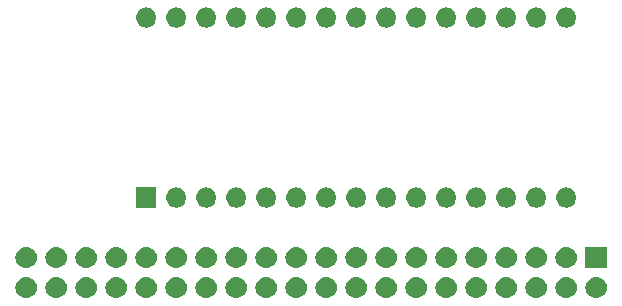
<source format=gbr>
G04 #@! TF.GenerationSoftware,KiCad,Pcbnew,(5.1.0-0)*
G04 #@! TF.CreationDate,2019-10-13T08:07:34-07:00*
G04 #@! TF.ProjectId,ArduinoSerialCard,41726475-696e-46f5-9365-7269616c4361,rev?*
G04 #@! TF.SameCoordinates,Original*
G04 #@! TF.FileFunction,Soldermask,Top*
G04 #@! TF.FilePolarity,Negative*
%FSLAX46Y46*%
G04 Gerber Fmt 4.6, Leading zero omitted, Abs format (unit mm)*
G04 Created by KiCad (PCBNEW (5.1.0-0)) date 2019-10-13 08:07:34*
%MOMM*%
%LPD*%
G04 APERTURE LIST*
%ADD10C,0.100000*%
G04 APERTURE END LIST*
D10*
G36*
X185530442Y-80385518D02*
G01*
X185596627Y-80392037D01*
X185766466Y-80443557D01*
X185922991Y-80527222D01*
X185958729Y-80556552D01*
X186060186Y-80639814D01*
X186143448Y-80741271D01*
X186172778Y-80777009D01*
X186256443Y-80933534D01*
X186307963Y-81103373D01*
X186325359Y-81280000D01*
X186307963Y-81456627D01*
X186256443Y-81626466D01*
X186172778Y-81782991D01*
X186143448Y-81818729D01*
X186060186Y-81920186D01*
X185958729Y-82003448D01*
X185922991Y-82032778D01*
X185766466Y-82116443D01*
X185596627Y-82167963D01*
X185530443Y-82174481D01*
X185464260Y-82181000D01*
X185375740Y-82181000D01*
X185309557Y-82174481D01*
X185243373Y-82167963D01*
X185073534Y-82116443D01*
X184917009Y-82032778D01*
X184881271Y-82003448D01*
X184779814Y-81920186D01*
X184696552Y-81818729D01*
X184667222Y-81782991D01*
X184583557Y-81626466D01*
X184532037Y-81456627D01*
X184514641Y-81280000D01*
X184532037Y-81103373D01*
X184583557Y-80933534D01*
X184667222Y-80777009D01*
X184696552Y-80741271D01*
X184779814Y-80639814D01*
X184881271Y-80556552D01*
X184917009Y-80527222D01*
X185073534Y-80443557D01*
X185243373Y-80392037D01*
X185309558Y-80385518D01*
X185375740Y-80379000D01*
X185464260Y-80379000D01*
X185530442Y-80385518D01*
X185530442Y-80385518D01*
G37*
G36*
X182990442Y-80385518D02*
G01*
X183056627Y-80392037D01*
X183226466Y-80443557D01*
X183382991Y-80527222D01*
X183418729Y-80556552D01*
X183520186Y-80639814D01*
X183603448Y-80741271D01*
X183632778Y-80777009D01*
X183716443Y-80933534D01*
X183767963Y-81103373D01*
X183785359Y-81280000D01*
X183767963Y-81456627D01*
X183716443Y-81626466D01*
X183632778Y-81782991D01*
X183603448Y-81818729D01*
X183520186Y-81920186D01*
X183418729Y-82003448D01*
X183382991Y-82032778D01*
X183226466Y-82116443D01*
X183056627Y-82167963D01*
X182990443Y-82174481D01*
X182924260Y-82181000D01*
X182835740Y-82181000D01*
X182769557Y-82174481D01*
X182703373Y-82167963D01*
X182533534Y-82116443D01*
X182377009Y-82032778D01*
X182341271Y-82003448D01*
X182239814Y-81920186D01*
X182156552Y-81818729D01*
X182127222Y-81782991D01*
X182043557Y-81626466D01*
X181992037Y-81456627D01*
X181974641Y-81280000D01*
X181992037Y-81103373D01*
X182043557Y-80933534D01*
X182127222Y-80777009D01*
X182156552Y-80741271D01*
X182239814Y-80639814D01*
X182341271Y-80556552D01*
X182377009Y-80527222D01*
X182533534Y-80443557D01*
X182703373Y-80392037D01*
X182769558Y-80385518D01*
X182835740Y-80379000D01*
X182924260Y-80379000D01*
X182990442Y-80385518D01*
X182990442Y-80385518D01*
G37*
G36*
X180450442Y-80385518D02*
G01*
X180516627Y-80392037D01*
X180686466Y-80443557D01*
X180842991Y-80527222D01*
X180878729Y-80556552D01*
X180980186Y-80639814D01*
X181063448Y-80741271D01*
X181092778Y-80777009D01*
X181176443Y-80933534D01*
X181227963Y-81103373D01*
X181245359Y-81280000D01*
X181227963Y-81456627D01*
X181176443Y-81626466D01*
X181092778Y-81782991D01*
X181063448Y-81818729D01*
X180980186Y-81920186D01*
X180878729Y-82003448D01*
X180842991Y-82032778D01*
X180686466Y-82116443D01*
X180516627Y-82167963D01*
X180450443Y-82174481D01*
X180384260Y-82181000D01*
X180295740Y-82181000D01*
X180229557Y-82174481D01*
X180163373Y-82167963D01*
X179993534Y-82116443D01*
X179837009Y-82032778D01*
X179801271Y-82003448D01*
X179699814Y-81920186D01*
X179616552Y-81818729D01*
X179587222Y-81782991D01*
X179503557Y-81626466D01*
X179452037Y-81456627D01*
X179434641Y-81280000D01*
X179452037Y-81103373D01*
X179503557Y-80933534D01*
X179587222Y-80777009D01*
X179616552Y-80741271D01*
X179699814Y-80639814D01*
X179801271Y-80556552D01*
X179837009Y-80527222D01*
X179993534Y-80443557D01*
X180163373Y-80392037D01*
X180229558Y-80385518D01*
X180295740Y-80379000D01*
X180384260Y-80379000D01*
X180450442Y-80385518D01*
X180450442Y-80385518D01*
G37*
G36*
X177910442Y-80385518D02*
G01*
X177976627Y-80392037D01*
X178146466Y-80443557D01*
X178302991Y-80527222D01*
X178338729Y-80556552D01*
X178440186Y-80639814D01*
X178523448Y-80741271D01*
X178552778Y-80777009D01*
X178636443Y-80933534D01*
X178687963Y-81103373D01*
X178705359Y-81280000D01*
X178687963Y-81456627D01*
X178636443Y-81626466D01*
X178552778Y-81782991D01*
X178523448Y-81818729D01*
X178440186Y-81920186D01*
X178338729Y-82003448D01*
X178302991Y-82032778D01*
X178146466Y-82116443D01*
X177976627Y-82167963D01*
X177910443Y-82174481D01*
X177844260Y-82181000D01*
X177755740Y-82181000D01*
X177689557Y-82174481D01*
X177623373Y-82167963D01*
X177453534Y-82116443D01*
X177297009Y-82032778D01*
X177261271Y-82003448D01*
X177159814Y-81920186D01*
X177076552Y-81818729D01*
X177047222Y-81782991D01*
X176963557Y-81626466D01*
X176912037Y-81456627D01*
X176894641Y-81280000D01*
X176912037Y-81103373D01*
X176963557Y-80933534D01*
X177047222Y-80777009D01*
X177076552Y-80741271D01*
X177159814Y-80639814D01*
X177261271Y-80556552D01*
X177297009Y-80527222D01*
X177453534Y-80443557D01*
X177623373Y-80392037D01*
X177689558Y-80385518D01*
X177755740Y-80379000D01*
X177844260Y-80379000D01*
X177910442Y-80385518D01*
X177910442Y-80385518D01*
G37*
G36*
X175370442Y-80385518D02*
G01*
X175436627Y-80392037D01*
X175606466Y-80443557D01*
X175762991Y-80527222D01*
X175798729Y-80556552D01*
X175900186Y-80639814D01*
X175983448Y-80741271D01*
X176012778Y-80777009D01*
X176096443Y-80933534D01*
X176147963Y-81103373D01*
X176165359Y-81280000D01*
X176147963Y-81456627D01*
X176096443Y-81626466D01*
X176012778Y-81782991D01*
X175983448Y-81818729D01*
X175900186Y-81920186D01*
X175798729Y-82003448D01*
X175762991Y-82032778D01*
X175606466Y-82116443D01*
X175436627Y-82167963D01*
X175370443Y-82174481D01*
X175304260Y-82181000D01*
X175215740Y-82181000D01*
X175149557Y-82174481D01*
X175083373Y-82167963D01*
X174913534Y-82116443D01*
X174757009Y-82032778D01*
X174721271Y-82003448D01*
X174619814Y-81920186D01*
X174536552Y-81818729D01*
X174507222Y-81782991D01*
X174423557Y-81626466D01*
X174372037Y-81456627D01*
X174354641Y-81280000D01*
X174372037Y-81103373D01*
X174423557Y-80933534D01*
X174507222Y-80777009D01*
X174536552Y-80741271D01*
X174619814Y-80639814D01*
X174721271Y-80556552D01*
X174757009Y-80527222D01*
X174913534Y-80443557D01*
X175083373Y-80392037D01*
X175149558Y-80385518D01*
X175215740Y-80379000D01*
X175304260Y-80379000D01*
X175370442Y-80385518D01*
X175370442Y-80385518D01*
G37*
G36*
X172830442Y-80385518D02*
G01*
X172896627Y-80392037D01*
X173066466Y-80443557D01*
X173222991Y-80527222D01*
X173258729Y-80556552D01*
X173360186Y-80639814D01*
X173443448Y-80741271D01*
X173472778Y-80777009D01*
X173556443Y-80933534D01*
X173607963Y-81103373D01*
X173625359Y-81280000D01*
X173607963Y-81456627D01*
X173556443Y-81626466D01*
X173472778Y-81782991D01*
X173443448Y-81818729D01*
X173360186Y-81920186D01*
X173258729Y-82003448D01*
X173222991Y-82032778D01*
X173066466Y-82116443D01*
X172896627Y-82167963D01*
X172830443Y-82174481D01*
X172764260Y-82181000D01*
X172675740Y-82181000D01*
X172609557Y-82174481D01*
X172543373Y-82167963D01*
X172373534Y-82116443D01*
X172217009Y-82032778D01*
X172181271Y-82003448D01*
X172079814Y-81920186D01*
X171996552Y-81818729D01*
X171967222Y-81782991D01*
X171883557Y-81626466D01*
X171832037Y-81456627D01*
X171814641Y-81280000D01*
X171832037Y-81103373D01*
X171883557Y-80933534D01*
X171967222Y-80777009D01*
X171996552Y-80741271D01*
X172079814Y-80639814D01*
X172181271Y-80556552D01*
X172217009Y-80527222D01*
X172373534Y-80443557D01*
X172543373Y-80392037D01*
X172609558Y-80385518D01*
X172675740Y-80379000D01*
X172764260Y-80379000D01*
X172830442Y-80385518D01*
X172830442Y-80385518D01*
G37*
G36*
X170290442Y-80385518D02*
G01*
X170356627Y-80392037D01*
X170526466Y-80443557D01*
X170682991Y-80527222D01*
X170718729Y-80556552D01*
X170820186Y-80639814D01*
X170903448Y-80741271D01*
X170932778Y-80777009D01*
X171016443Y-80933534D01*
X171067963Y-81103373D01*
X171085359Y-81280000D01*
X171067963Y-81456627D01*
X171016443Y-81626466D01*
X170932778Y-81782991D01*
X170903448Y-81818729D01*
X170820186Y-81920186D01*
X170718729Y-82003448D01*
X170682991Y-82032778D01*
X170526466Y-82116443D01*
X170356627Y-82167963D01*
X170290443Y-82174481D01*
X170224260Y-82181000D01*
X170135740Y-82181000D01*
X170069557Y-82174481D01*
X170003373Y-82167963D01*
X169833534Y-82116443D01*
X169677009Y-82032778D01*
X169641271Y-82003448D01*
X169539814Y-81920186D01*
X169456552Y-81818729D01*
X169427222Y-81782991D01*
X169343557Y-81626466D01*
X169292037Y-81456627D01*
X169274641Y-81280000D01*
X169292037Y-81103373D01*
X169343557Y-80933534D01*
X169427222Y-80777009D01*
X169456552Y-80741271D01*
X169539814Y-80639814D01*
X169641271Y-80556552D01*
X169677009Y-80527222D01*
X169833534Y-80443557D01*
X170003373Y-80392037D01*
X170069558Y-80385518D01*
X170135740Y-80379000D01*
X170224260Y-80379000D01*
X170290442Y-80385518D01*
X170290442Y-80385518D01*
G37*
G36*
X167750442Y-80385518D02*
G01*
X167816627Y-80392037D01*
X167986466Y-80443557D01*
X168142991Y-80527222D01*
X168178729Y-80556552D01*
X168280186Y-80639814D01*
X168363448Y-80741271D01*
X168392778Y-80777009D01*
X168476443Y-80933534D01*
X168527963Y-81103373D01*
X168545359Y-81280000D01*
X168527963Y-81456627D01*
X168476443Y-81626466D01*
X168392778Y-81782991D01*
X168363448Y-81818729D01*
X168280186Y-81920186D01*
X168178729Y-82003448D01*
X168142991Y-82032778D01*
X167986466Y-82116443D01*
X167816627Y-82167963D01*
X167750443Y-82174481D01*
X167684260Y-82181000D01*
X167595740Y-82181000D01*
X167529557Y-82174481D01*
X167463373Y-82167963D01*
X167293534Y-82116443D01*
X167137009Y-82032778D01*
X167101271Y-82003448D01*
X166999814Y-81920186D01*
X166916552Y-81818729D01*
X166887222Y-81782991D01*
X166803557Y-81626466D01*
X166752037Y-81456627D01*
X166734641Y-81280000D01*
X166752037Y-81103373D01*
X166803557Y-80933534D01*
X166887222Y-80777009D01*
X166916552Y-80741271D01*
X166999814Y-80639814D01*
X167101271Y-80556552D01*
X167137009Y-80527222D01*
X167293534Y-80443557D01*
X167463373Y-80392037D01*
X167529558Y-80385518D01*
X167595740Y-80379000D01*
X167684260Y-80379000D01*
X167750442Y-80385518D01*
X167750442Y-80385518D01*
G37*
G36*
X165210442Y-80385518D02*
G01*
X165276627Y-80392037D01*
X165446466Y-80443557D01*
X165602991Y-80527222D01*
X165638729Y-80556552D01*
X165740186Y-80639814D01*
X165823448Y-80741271D01*
X165852778Y-80777009D01*
X165936443Y-80933534D01*
X165987963Y-81103373D01*
X166005359Y-81280000D01*
X165987963Y-81456627D01*
X165936443Y-81626466D01*
X165852778Y-81782991D01*
X165823448Y-81818729D01*
X165740186Y-81920186D01*
X165638729Y-82003448D01*
X165602991Y-82032778D01*
X165446466Y-82116443D01*
X165276627Y-82167963D01*
X165210443Y-82174481D01*
X165144260Y-82181000D01*
X165055740Y-82181000D01*
X164989557Y-82174481D01*
X164923373Y-82167963D01*
X164753534Y-82116443D01*
X164597009Y-82032778D01*
X164561271Y-82003448D01*
X164459814Y-81920186D01*
X164376552Y-81818729D01*
X164347222Y-81782991D01*
X164263557Y-81626466D01*
X164212037Y-81456627D01*
X164194641Y-81280000D01*
X164212037Y-81103373D01*
X164263557Y-80933534D01*
X164347222Y-80777009D01*
X164376552Y-80741271D01*
X164459814Y-80639814D01*
X164561271Y-80556552D01*
X164597009Y-80527222D01*
X164753534Y-80443557D01*
X164923373Y-80392037D01*
X164989558Y-80385518D01*
X165055740Y-80379000D01*
X165144260Y-80379000D01*
X165210442Y-80385518D01*
X165210442Y-80385518D01*
G37*
G36*
X162670442Y-80385518D02*
G01*
X162736627Y-80392037D01*
X162906466Y-80443557D01*
X163062991Y-80527222D01*
X163098729Y-80556552D01*
X163200186Y-80639814D01*
X163283448Y-80741271D01*
X163312778Y-80777009D01*
X163396443Y-80933534D01*
X163447963Y-81103373D01*
X163465359Y-81280000D01*
X163447963Y-81456627D01*
X163396443Y-81626466D01*
X163312778Y-81782991D01*
X163283448Y-81818729D01*
X163200186Y-81920186D01*
X163098729Y-82003448D01*
X163062991Y-82032778D01*
X162906466Y-82116443D01*
X162736627Y-82167963D01*
X162670443Y-82174481D01*
X162604260Y-82181000D01*
X162515740Y-82181000D01*
X162449557Y-82174481D01*
X162383373Y-82167963D01*
X162213534Y-82116443D01*
X162057009Y-82032778D01*
X162021271Y-82003448D01*
X161919814Y-81920186D01*
X161836552Y-81818729D01*
X161807222Y-81782991D01*
X161723557Y-81626466D01*
X161672037Y-81456627D01*
X161654641Y-81280000D01*
X161672037Y-81103373D01*
X161723557Y-80933534D01*
X161807222Y-80777009D01*
X161836552Y-80741271D01*
X161919814Y-80639814D01*
X162021271Y-80556552D01*
X162057009Y-80527222D01*
X162213534Y-80443557D01*
X162383373Y-80392037D01*
X162449558Y-80385518D01*
X162515740Y-80379000D01*
X162604260Y-80379000D01*
X162670442Y-80385518D01*
X162670442Y-80385518D01*
G37*
G36*
X160130442Y-80385518D02*
G01*
X160196627Y-80392037D01*
X160366466Y-80443557D01*
X160522991Y-80527222D01*
X160558729Y-80556552D01*
X160660186Y-80639814D01*
X160743448Y-80741271D01*
X160772778Y-80777009D01*
X160856443Y-80933534D01*
X160907963Y-81103373D01*
X160925359Y-81280000D01*
X160907963Y-81456627D01*
X160856443Y-81626466D01*
X160772778Y-81782991D01*
X160743448Y-81818729D01*
X160660186Y-81920186D01*
X160558729Y-82003448D01*
X160522991Y-82032778D01*
X160366466Y-82116443D01*
X160196627Y-82167963D01*
X160130443Y-82174481D01*
X160064260Y-82181000D01*
X159975740Y-82181000D01*
X159909557Y-82174481D01*
X159843373Y-82167963D01*
X159673534Y-82116443D01*
X159517009Y-82032778D01*
X159481271Y-82003448D01*
X159379814Y-81920186D01*
X159296552Y-81818729D01*
X159267222Y-81782991D01*
X159183557Y-81626466D01*
X159132037Y-81456627D01*
X159114641Y-81280000D01*
X159132037Y-81103373D01*
X159183557Y-80933534D01*
X159267222Y-80777009D01*
X159296552Y-80741271D01*
X159379814Y-80639814D01*
X159481271Y-80556552D01*
X159517009Y-80527222D01*
X159673534Y-80443557D01*
X159843373Y-80392037D01*
X159909558Y-80385518D01*
X159975740Y-80379000D01*
X160064260Y-80379000D01*
X160130442Y-80385518D01*
X160130442Y-80385518D01*
G37*
G36*
X157590442Y-80385518D02*
G01*
X157656627Y-80392037D01*
X157826466Y-80443557D01*
X157982991Y-80527222D01*
X158018729Y-80556552D01*
X158120186Y-80639814D01*
X158203448Y-80741271D01*
X158232778Y-80777009D01*
X158316443Y-80933534D01*
X158367963Y-81103373D01*
X158385359Y-81280000D01*
X158367963Y-81456627D01*
X158316443Y-81626466D01*
X158232778Y-81782991D01*
X158203448Y-81818729D01*
X158120186Y-81920186D01*
X158018729Y-82003448D01*
X157982991Y-82032778D01*
X157826466Y-82116443D01*
X157656627Y-82167963D01*
X157590443Y-82174481D01*
X157524260Y-82181000D01*
X157435740Y-82181000D01*
X157369557Y-82174481D01*
X157303373Y-82167963D01*
X157133534Y-82116443D01*
X156977009Y-82032778D01*
X156941271Y-82003448D01*
X156839814Y-81920186D01*
X156756552Y-81818729D01*
X156727222Y-81782991D01*
X156643557Y-81626466D01*
X156592037Y-81456627D01*
X156574641Y-81280000D01*
X156592037Y-81103373D01*
X156643557Y-80933534D01*
X156727222Y-80777009D01*
X156756552Y-80741271D01*
X156839814Y-80639814D01*
X156941271Y-80556552D01*
X156977009Y-80527222D01*
X157133534Y-80443557D01*
X157303373Y-80392037D01*
X157369558Y-80385518D01*
X157435740Y-80379000D01*
X157524260Y-80379000D01*
X157590442Y-80385518D01*
X157590442Y-80385518D01*
G37*
G36*
X155050442Y-80385518D02*
G01*
X155116627Y-80392037D01*
X155286466Y-80443557D01*
X155442991Y-80527222D01*
X155478729Y-80556552D01*
X155580186Y-80639814D01*
X155663448Y-80741271D01*
X155692778Y-80777009D01*
X155776443Y-80933534D01*
X155827963Y-81103373D01*
X155845359Y-81280000D01*
X155827963Y-81456627D01*
X155776443Y-81626466D01*
X155692778Y-81782991D01*
X155663448Y-81818729D01*
X155580186Y-81920186D01*
X155478729Y-82003448D01*
X155442991Y-82032778D01*
X155286466Y-82116443D01*
X155116627Y-82167963D01*
X155050443Y-82174481D01*
X154984260Y-82181000D01*
X154895740Y-82181000D01*
X154829557Y-82174481D01*
X154763373Y-82167963D01*
X154593534Y-82116443D01*
X154437009Y-82032778D01*
X154401271Y-82003448D01*
X154299814Y-81920186D01*
X154216552Y-81818729D01*
X154187222Y-81782991D01*
X154103557Y-81626466D01*
X154052037Y-81456627D01*
X154034641Y-81280000D01*
X154052037Y-81103373D01*
X154103557Y-80933534D01*
X154187222Y-80777009D01*
X154216552Y-80741271D01*
X154299814Y-80639814D01*
X154401271Y-80556552D01*
X154437009Y-80527222D01*
X154593534Y-80443557D01*
X154763373Y-80392037D01*
X154829558Y-80385518D01*
X154895740Y-80379000D01*
X154984260Y-80379000D01*
X155050442Y-80385518D01*
X155050442Y-80385518D01*
G37*
G36*
X152510442Y-80385518D02*
G01*
X152576627Y-80392037D01*
X152746466Y-80443557D01*
X152902991Y-80527222D01*
X152938729Y-80556552D01*
X153040186Y-80639814D01*
X153123448Y-80741271D01*
X153152778Y-80777009D01*
X153236443Y-80933534D01*
X153287963Y-81103373D01*
X153305359Y-81280000D01*
X153287963Y-81456627D01*
X153236443Y-81626466D01*
X153152778Y-81782991D01*
X153123448Y-81818729D01*
X153040186Y-81920186D01*
X152938729Y-82003448D01*
X152902991Y-82032778D01*
X152746466Y-82116443D01*
X152576627Y-82167963D01*
X152510443Y-82174481D01*
X152444260Y-82181000D01*
X152355740Y-82181000D01*
X152289557Y-82174481D01*
X152223373Y-82167963D01*
X152053534Y-82116443D01*
X151897009Y-82032778D01*
X151861271Y-82003448D01*
X151759814Y-81920186D01*
X151676552Y-81818729D01*
X151647222Y-81782991D01*
X151563557Y-81626466D01*
X151512037Y-81456627D01*
X151494641Y-81280000D01*
X151512037Y-81103373D01*
X151563557Y-80933534D01*
X151647222Y-80777009D01*
X151676552Y-80741271D01*
X151759814Y-80639814D01*
X151861271Y-80556552D01*
X151897009Y-80527222D01*
X152053534Y-80443557D01*
X152223373Y-80392037D01*
X152289558Y-80385518D01*
X152355740Y-80379000D01*
X152444260Y-80379000D01*
X152510442Y-80385518D01*
X152510442Y-80385518D01*
G37*
G36*
X149970442Y-80385518D02*
G01*
X150036627Y-80392037D01*
X150206466Y-80443557D01*
X150362991Y-80527222D01*
X150398729Y-80556552D01*
X150500186Y-80639814D01*
X150583448Y-80741271D01*
X150612778Y-80777009D01*
X150696443Y-80933534D01*
X150747963Y-81103373D01*
X150765359Y-81280000D01*
X150747963Y-81456627D01*
X150696443Y-81626466D01*
X150612778Y-81782991D01*
X150583448Y-81818729D01*
X150500186Y-81920186D01*
X150398729Y-82003448D01*
X150362991Y-82032778D01*
X150206466Y-82116443D01*
X150036627Y-82167963D01*
X149970443Y-82174481D01*
X149904260Y-82181000D01*
X149815740Y-82181000D01*
X149749557Y-82174481D01*
X149683373Y-82167963D01*
X149513534Y-82116443D01*
X149357009Y-82032778D01*
X149321271Y-82003448D01*
X149219814Y-81920186D01*
X149136552Y-81818729D01*
X149107222Y-81782991D01*
X149023557Y-81626466D01*
X148972037Y-81456627D01*
X148954641Y-81280000D01*
X148972037Y-81103373D01*
X149023557Y-80933534D01*
X149107222Y-80777009D01*
X149136552Y-80741271D01*
X149219814Y-80639814D01*
X149321271Y-80556552D01*
X149357009Y-80527222D01*
X149513534Y-80443557D01*
X149683373Y-80392037D01*
X149749558Y-80385518D01*
X149815740Y-80379000D01*
X149904260Y-80379000D01*
X149970442Y-80385518D01*
X149970442Y-80385518D01*
G37*
G36*
X147430442Y-80385518D02*
G01*
X147496627Y-80392037D01*
X147666466Y-80443557D01*
X147822991Y-80527222D01*
X147858729Y-80556552D01*
X147960186Y-80639814D01*
X148043448Y-80741271D01*
X148072778Y-80777009D01*
X148156443Y-80933534D01*
X148207963Y-81103373D01*
X148225359Y-81280000D01*
X148207963Y-81456627D01*
X148156443Y-81626466D01*
X148072778Y-81782991D01*
X148043448Y-81818729D01*
X147960186Y-81920186D01*
X147858729Y-82003448D01*
X147822991Y-82032778D01*
X147666466Y-82116443D01*
X147496627Y-82167963D01*
X147430443Y-82174481D01*
X147364260Y-82181000D01*
X147275740Y-82181000D01*
X147209557Y-82174481D01*
X147143373Y-82167963D01*
X146973534Y-82116443D01*
X146817009Y-82032778D01*
X146781271Y-82003448D01*
X146679814Y-81920186D01*
X146596552Y-81818729D01*
X146567222Y-81782991D01*
X146483557Y-81626466D01*
X146432037Y-81456627D01*
X146414641Y-81280000D01*
X146432037Y-81103373D01*
X146483557Y-80933534D01*
X146567222Y-80777009D01*
X146596552Y-80741271D01*
X146679814Y-80639814D01*
X146781271Y-80556552D01*
X146817009Y-80527222D01*
X146973534Y-80443557D01*
X147143373Y-80392037D01*
X147209558Y-80385518D01*
X147275740Y-80379000D01*
X147364260Y-80379000D01*
X147430442Y-80385518D01*
X147430442Y-80385518D01*
G37*
G36*
X144890442Y-80385518D02*
G01*
X144956627Y-80392037D01*
X145126466Y-80443557D01*
X145282991Y-80527222D01*
X145318729Y-80556552D01*
X145420186Y-80639814D01*
X145503448Y-80741271D01*
X145532778Y-80777009D01*
X145616443Y-80933534D01*
X145667963Y-81103373D01*
X145685359Y-81280000D01*
X145667963Y-81456627D01*
X145616443Y-81626466D01*
X145532778Y-81782991D01*
X145503448Y-81818729D01*
X145420186Y-81920186D01*
X145318729Y-82003448D01*
X145282991Y-82032778D01*
X145126466Y-82116443D01*
X144956627Y-82167963D01*
X144890443Y-82174481D01*
X144824260Y-82181000D01*
X144735740Y-82181000D01*
X144669557Y-82174481D01*
X144603373Y-82167963D01*
X144433534Y-82116443D01*
X144277009Y-82032778D01*
X144241271Y-82003448D01*
X144139814Y-81920186D01*
X144056552Y-81818729D01*
X144027222Y-81782991D01*
X143943557Y-81626466D01*
X143892037Y-81456627D01*
X143874641Y-81280000D01*
X143892037Y-81103373D01*
X143943557Y-80933534D01*
X144027222Y-80777009D01*
X144056552Y-80741271D01*
X144139814Y-80639814D01*
X144241271Y-80556552D01*
X144277009Y-80527222D01*
X144433534Y-80443557D01*
X144603373Y-80392037D01*
X144669558Y-80385518D01*
X144735740Y-80379000D01*
X144824260Y-80379000D01*
X144890442Y-80385518D01*
X144890442Y-80385518D01*
G37*
G36*
X142350442Y-80385518D02*
G01*
X142416627Y-80392037D01*
X142586466Y-80443557D01*
X142742991Y-80527222D01*
X142778729Y-80556552D01*
X142880186Y-80639814D01*
X142963448Y-80741271D01*
X142992778Y-80777009D01*
X143076443Y-80933534D01*
X143127963Y-81103373D01*
X143145359Y-81280000D01*
X143127963Y-81456627D01*
X143076443Y-81626466D01*
X142992778Y-81782991D01*
X142963448Y-81818729D01*
X142880186Y-81920186D01*
X142778729Y-82003448D01*
X142742991Y-82032778D01*
X142586466Y-82116443D01*
X142416627Y-82167963D01*
X142350443Y-82174481D01*
X142284260Y-82181000D01*
X142195740Y-82181000D01*
X142129557Y-82174481D01*
X142063373Y-82167963D01*
X141893534Y-82116443D01*
X141737009Y-82032778D01*
X141701271Y-82003448D01*
X141599814Y-81920186D01*
X141516552Y-81818729D01*
X141487222Y-81782991D01*
X141403557Y-81626466D01*
X141352037Y-81456627D01*
X141334641Y-81280000D01*
X141352037Y-81103373D01*
X141403557Y-80933534D01*
X141487222Y-80777009D01*
X141516552Y-80741271D01*
X141599814Y-80639814D01*
X141701271Y-80556552D01*
X141737009Y-80527222D01*
X141893534Y-80443557D01*
X142063373Y-80392037D01*
X142129558Y-80385518D01*
X142195740Y-80379000D01*
X142284260Y-80379000D01*
X142350442Y-80385518D01*
X142350442Y-80385518D01*
G37*
G36*
X139810442Y-80385518D02*
G01*
X139876627Y-80392037D01*
X140046466Y-80443557D01*
X140202991Y-80527222D01*
X140238729Y-80556552D01*
X140340186Y-80639814D01*
X140423448Y-80741271D01*
X140452778Y-80777009D01*
X140536443Y-80933534D01*
X140587963Y-81103373D01*
X140605359Y-81280000D01*
X140587963Y-81456627D01*
X140536443Y-81626466D01*
X140452778Y-81782991D01*
X140423448Y-81818729D01*
X140340186Y-81920186D01*
X140238729Y-82003448D01*
X140202991Y-82032778D01*
X140046466Y-82116443D01*
X139876627Y-82167963D01*
X139810443Y-82174481D01*
X139744260Y-82181000D01*
X139655740Y-82181000D01*
X139589557Y-82174481D01*
X139523373Y-82167963D01*
X139353534Y-82116443D01*
X139197009Y-82032778D01*
X139161271Y-82003448D01*
X139059814Y-81920186D01*
X138976552Y-81818729D01*
X138947222Y-81782991D01*
X138863557Y-81626466D01*
X138812037Y-81456627D01*
X138794641Y-81280000D01*
X138812037Y-81103373D01*
X138863557Y-80933534D01*
X138947222Y-80777009D01*
X138976552Y-80741271D01*
X139059814Y-80639814D01*
X139161271Y-80556552D01*
X139197009Y-80527222D01*
X139353534Y-80443557D01*
X139523373Y-80392037D01*
X139589558Y-80385518D01*
X139655740Y-80379000D01*
X139744260Y-80379000D01*
X139810442Y-80385518D01*
X139810442Y-80385518D01*
G37*
G36*
X137270442Y-80385518D02*
G01*
X137336627Y-80392037D01*
X137506466Y-80443557D01*
X137662991Y-80527222D01*
X137698729Y-80556552D01*
X137800186Y-80639814D01*
X137883448Y-80741271D01*
X137912778Y-80777009D01*
X137996443Y-80933534D01*
X138047963Y-81103373D01*
X138065359Y-81280000D01*
X138047963Y-81456627D01*
X137996443Y-81626466D01*
X137912778Y-81782991D01*
X137883448Y-81818729D01*
X137800186Y-81920186D01*
X137698729Y-82003448D01*
X137662991Y-82032778D01*
X137506466Y-82116443D01*
X137336627Y-82167963D01*
X137270443Y-82174481D01*
X137204260Y-82181000D01*
X137115740Y-82181000D01*
X137049557Y-82174481D01*
X136983373Y-82167963D01*
X136813534Y-82116443D01*
X136657009Y-82032778D01*
X136621271Y-82003448D01*
X136519814Y-81920186D01*
X136436552Y-81818729D01*
X136407222Y-81782991D01*
X136323557Y-81626466D01*
X136272037Y-81456627D01*
X136254641Y-81280000D01*
X136272037Y-81103373D01*
X136323557Y-80933534D01*
X136407222Y-80777009D01*
X136436552Y-80741271D01*
X136519814Y-80639814D01*
X136621271Y-80556552D01*
X136657009Y-80527222D01*
X136813534Y-80443557D01*
X136983373Y-80392037D01*
X137049558Y-80385518D01*
X137115740Y-80379000D01*
X137204260Y-80379000D01*
X137270442Y-80385518D01*
X137270442Y-80385518D01*
G37*
G36*
X162670443Y-77845519D02*
G01*
X162736627Y-77852037D01*
X162906466Y-77903557D01*
X163062991Y-77987222D01*
X163098729Y-78016552D01*
X163200186Y-78099814D01*
X163283448Y-78201271D01*
X163312778Y-78237009D01*
X163396443Y-78393534D01*
X163447963Y-78563373D01*
X163465359Y-78740000D01*
X163447963Y-78916627D01*
X163396443Y-79086466D01*
X163312778Y-79242991D01*
X163283448Y-79278729D01*
X163200186Y-79380186D01*
X163098729Y-79463448D01*
X163062991Y-79492778D01*
X162906466Y-79576443D01*
X162736627Y-79627963D01*
X162670442Y-79634482D01*
X162604260Y-79641000D01*
X162515740Y-79641000D01*
X162449558Y-79634482D01*
X162383373Y-79627963D01*
X162213534Y-79576443D01*
X162057009Y-79492778D01*
X162021271Y-79463448D01*
X161919814Y-79380186D01*
X161836552Y-79278729D01*
X161807222Y-79242991D01*
X161723557Y-79086466D01*
X161672037Y-78916627D01*
X161654641Y-78740000D01*
X161672037Y-78563373D01*
X161723557Y-78393534D01*
X161807222Y-78237009D01*
X161836552Y-78201271D01*
X161919814Y-78099814D01*
X162021271Y-78016552D01*
X162057009Y-77987222D01*
X162213534Y-77903557D01*
X162383373Y-77852037D01*
X162449557Y-77845519D01*
X162515740Y-77839000D01*
X162604260Y-77839000D01*
X162670443Y-77845519D01*
X162670443Y-77845519D01*
G37*
G36*
X186321000Y-79641000D02*
G01*
X184519000Y-79641000D01*
X184519000Y-77839000D01*
X186321000Y-77839000D01*
X186321000Y-79641000D01*
X186321000Y-79641000D01*
G37*
G36*
X182990443Y-77845519D02*
G01*
X183056627Y-77852037D01*
X183226466Y-77903557D01*
X183382991Y-77987222D01*
X183418729Y-78016552D01*
X183520186Y-78099814D01*
X183603448Y-78201271D01*
X183632778Y-78237009D01*
X183716443Y-78393534D01*
X183767963Y-78563373D01*
X183785359Y-78740000D01*
X183767963Y-78916627D01*
X183716443Y-79086466D01*
X183632778Y-79242991D01*
X183603448Y-79278729D01*
X183520186Y-79380186D01*
X183418729Y-79463448D01*
X183382991Y-79492778D01*
X183226466Y-79576443D01*
X183056627Y-79627963D01*
X182990442Y-79634482D01*
X182924260Y-79641000D01*
X182835740Y-79641000D01*
X182769558Y-79634482D01*
X182703373Y-79627963D01*
X182533534Y-79576443D01*
X182377009Y-79492778D01*
X182341271Y-79463448D01*
X182239814Y-79380186D01*
X182156552Y-79278729D01*
X182127222Y-79242991D01*
X182043557Y-79086466D01*
X181992037Y-78916627D01*
X181974641Y-78740000D01*
X181992037Y-78563373D01*
X182043557Y-78393534D01*
X182127222Y-78237009D01*
X182156552Y-78201271D01*
X182239814Y-78099814D01*
X182341271Y-78016552D01*
X182377009Y-77987222D01*
X182533534Y-77903557D01*
X182703373Y-77852037D01*
X182769557Y-77845519D01*
X182835740Y-77839000D01*
X182924260Y-77839000D01*
X182990443Y-77845519D01*
X182990443Y-77845519D01*
G37*
G36*
X180450443Y-77845519D02*
G01*
X180516627Y-77852037D01*
X180686466Y-77903557D01*
X180842991Y-77987222D01*
X180878729Y-78016552D01*
X180980186Y-78099814D01*
X181063448Y-78201271D01*
X181092778Y-78237009D01*
X181176443Y-78393534D01*
X181227963Y-78563373D01*
X181245359Y-78740000D01*
X181227963Y-78916627D01*
X181176443Y-79086466D01*
X181092778Y-79242991D01*
X181063448Y-79278729D01*
X180980186Y-79380186D01*
X180878729Y-79463448D01*
X180842991Y-79492778D01*
X180686466Y-79576443D01*
X180516627Y-79627963D01*
X180450442Y-79634482D01*
X180384260Y-79641000D01*
X180295740Y-79641000D01*
X180229558Y-79634482D01*
X180163373Y-79627963D01*
X179993534Y-79576443D01*
X179837009Y-79492778D01*
X179801271Y-79463448D01*
X179699814Y-79380186D01*
X179616552Y-79278729D01*
X179587222Y-79242991D01*
X179503557Y-79086466D01*
X179452037Y-78916627D01*
X179434641Y-78740000D01*
X179452037Y-78563373D01*
X179503557Y-78393534D01*
X179587222Y-78237009D01*
X179616552Y-78201271D01*
X179699814Y-78099814D01*
X179801271Y-78016552D01*
X179837009Y-77987222D01*
X179993534Y-77903557D01*
X180163373Y-77852037D01*
X180229557Y-77845519D01*
X180295740Y-77839000D01*
X180384260Y-77839000D01*
X180450443Y-77845519D01*
X180450443Y-77845519D01*
G37*
G36*
X177910443Y-77845519D02*
G01*
X177976627Y-77852037D01*
X178146466Y-77903557D01*
X178302991Y-77987222D01*
X178338729Y-78016552D01*
X178440186Y-78099814D01*
X178523448Y-78201271D01*
X178552778Y-78237009D01*
X178636443Y-78393534D01*
X178687963Y-78563373D01*
X178705359Y-78740000D01*
X178687963Y-78916627D01*
X178636443Y-79086466D01*
X178552778Y-79242991D01*
X178523448Y-79278729D01*
X178440186Y-79380186D01*
X178338729Y-79463448D01*
X178302991Y-79492778D01*
X178146466Y-79576443D01*
X177976627Y-79627963D01*
X177910442Y-79634482D01*
X177844260Y-79641000D01*
X177755740Y-79641000D01*
X177689558Y-79634482D01*
X177623373Y-79627963D01*
X177453534Y-79576443D01*
X177297009Y-79492778D01*
X177261271Y-79463448D01*
X177159814Y-79380186D01*
X177076552Y-79278729D01*
X177047222Y-79242991D01*
X176963557Y-79086466D01*
X176912037Y-78916627D01*
X176894641Y-78740000D01*
X176912037Y-78563373D01*
X176963557Y-78393534D01*
X177047222Y-78237009D01*
X177076552Y-78201271D01*
X177159814Y-78099814D01*
X177261271Y-78016552D01*
X177297009Y-77987222D01*
X177453534Y-77903557D01*
X177623373Y-77852037D01*
X177689557Y-77845519D01*
X177755740Y-77839000D01*
X177844260Y-77839000D01*
X177910443Y-77845519D01*
X177910443Y-77845519D01*
G37*
G36*
X175370443Y-77845519D02*
G01*
X175436627Y-77852037D01*
X175606466Y-77903557D01*
X175762991Y-77987222D01*
X175798729Y-78016552D01*
X175900186Y-78099814D01*
X175983448Y-78201271D01*
X176012778Y-78237009D01*
X176096443Y-78393534D01*
X176147963Y-78563373D01*
X176165359Y-78740000D01*
X176147963Y-78916627D01*
X176096443Y-79086466D01*
X176012778Y-79242991D01*
X175983448Y-79278729D01*
X175900186Y-79380186D01*
X175798729Y-79463448D01*
X175762991Y-79492778D01*
X175606466Y-79576443D01*
X175436627Y-79627963D01*
X175370442Y-79634482D01*
X175304260Y-79641000D01*
X175215740Y-79641000D01*
X175149558Y-79634482D01*
X175083373Y-79627963D01*
X174913534Y-79576443D01*
X174757009Y-79492778D01*
X174721271Y-79463448D01*
X174619814Y-79380186D01*
X174536552Y-79278729D01*
X174507222Y-79242991D01*
X174423557Y-79086466D01*
X174372037Y-78916627D01*
X174354641Y-78740000D01*
X174372037Y-78563373D01*
X174423557Y-78393534D01*
X174507222Y-78237009D01*
X174536552Y-78201271D01*
X174619814Y-78099814D01*
X174721271Y-78016552D01*
X174757009Y-77987222D01*
X174913534Y-77903557D01*
X175083373Y-77852037D01*
X175149557Y-77845519D01*
X175215740Y-77839000D01*
X175304260Y-77839000D01*
X175370443Y-77845519D01*
X175370443Y-77845519D01*
G37*
G36*
X172830443Y-77845519D02*
G01*
X172896627Y-77852037D01*
X173066466Y-77903557D01*
X173222991Y-77987222D01*
X173258729Y-78016552D01*
X173360186Y-78099814D01*
X173443448Y-78201271D01*
X173472778Y-78237009D01*
X173556443Y-78393534D01*
X173607963Y-78563373D01*
X173625359Y-78740000D01*
X173607963Y-78916627D01*
X173556443Y-79086466D01*
X173472778Y-79242991D01*
X173443448Y-79278729D01*
X173360186Y-79380186D01*
X173258729Y-79463448D01*
X173222991Y-79492778D01*
X173066466Y-79576443D01*
X172896627Y-79627963D01*
X172830442Y-79634482D01*
X172764260Y-79641000D01*
X172675740Y-79641000D01*
X172609558Y-79634482D01*
X172543373Y-79627963D01*
X172373534Y-79576443D01*
X172217009Y-79492778D01*
X172181271Y-79463448D01*
X172079814Y-79380186D01*
X171996552Y-79278729D01*
X171967222Y-79242991D01*
X171883557Y-79086466D01*
X171832037Y-78916627D01*
X171814641Y-78740000D01*
X171832037Y-78563373D01*
X171883557Y-78393534D01*
X171967222Y-78237009D01*
X171996552Y-78201271D01*
X172079814Y-78099814D01*
X172181271Y-78016552D01*
X172217009Y-77987222D01*
X172373534Y-77903557D01*
X172543373Y-77852037D01*
X172609557Y-77845519D01*
X172675740Y-77839000D01*
X172764260Y-77839000D01*
X172830443Y-77845519D01*
X172830443Y-77845519D01*
G37*
G36*
X170290443Y-77845519D02*
G01*
X170356627Y-77852037D01*
X170526466Y-77903557D01*
X170682991Y-77987222D01*
X170718729Y-78016552D01*
X170820186Y-78099814D01*
X170903448Y-78201271D01*
X170932778Y-78237009D01*
X171016443Y-78393534D01*
X171067963Y-78563373D01*
X171085359Y-78740000D01*
X171067963Y-78916627D01*
X171016443Y-79086466D01*
X170932778Y-79242991D01*
X170903448Y-79278729D01*
X170820186Y-79380186D01*
X170718729Y-79463448D01*
X170682991Y-79492778D01*
X170526466Y-79576443D01*
X170356627Y-79627963D01*
X170290442Y-79634482D01*
X170224260Y-79641000D01*
X170135740Y-79641000D01*
X170069558Y-79634482D01*
X170003373Y-79627963D01*
X169833534Y-79576443D01*
X169677009Y-79492778D01*
X169641271Y-79463448D01*
X169539814Y-79380186D01*
X169456552Y-79278729D01*
X169427222Y-79242991D01*
X169343557Y-79086466D01*
X169292037Y-78916627D01*
X169274641Y-78740000D01*
X169292037Y-78563373D01*
X169343557Y-78393534D01*
X169427222Y-78237009D01*
X169456552Y-78201271D01*
X169539814Y-78099814D01*
X169641271Y-78016552D01*
X169677009Y-77987222D01*
X169833534Y-77903557D01*
X170003373Y-77852037D01*
X170069557Y-77845519D01*
X170135740Y-77839000D01*
X170224260Y-77839000D01*
X170290443Y-77845519D01*
X170290443Y-77845519D01*
G37*
G36*
X167750443Y-77845519D02*
G01*
X167816627Y-77852037D01*
X167986466Y-77903557D01*
X168142991Y-77987222D01*
X168178729Y-78016552D01*
X168280186Y-78099814D01*
X168363448Y-78201271D01*
X168392778Y-78237009D01*
X168476443Y-78393534D01*
X168527963Y-78563373D01*
X168545359Y-78740000D01*
X168527963Y-78916627D01*
X168476443Y-79086466D01*
X168392778Y-79242991D01*
X168363448Y-79278729D01*
X168280186Y-79380186D01*
X168178729Y-79463448D01*
X168142991Y-79492778D01*
X167986466Y-79576443D01*
X167816627Y-79627963D01*
X167750442Y-79634482D01*
X167684260Y-79641000D01*
X167595740Y-79641000D01*
X167529558Y-79634482D01*
X167463373Y-79627963D01*
X167293534Y-79576443D01*
X167137009Y-79492778D01*
X167101271Y-79463448D01*
X166999814Y-79380186D01*
X166916552Y-79278729D01*
X166887222Y-79242991D01*
X166803557Y-79086466D01*
X166752037Y-78916627D01*
X166734641Y-78740000D01*
X166752037Y-78563373D01*
X166803557Y-78393534D01*
X166887222Y-78237009D01*
X166916552Y-78201271D01*
X166999814Y-78099814D01*
X167101271Y-78016552D01*
X167137009Y-77987222D01*
X167293534Y-77903557D01*
X167463373Y-77852037D01*
X167529557Y-77845519D01*
X167595740Y-77839000D01*
X167684260Y-77839000D01*
X167750443Y-77845519D01*
X167750443Y-77845519D01*
G37*
G36*
X165210443Y-77845519D02*
G01*
X165276627Y-77852037D01*
X165446466Y-77903557D01*
X165602991Y-77987222D01*
X165638729Y-78016552D01*
X165740186Y-78099814D01*
X165823448Y-78201271D01*
X165852778Y-78237009D01*
X165936443Y-78393534D01*
X165987963Y-78563373D01*
X166005359Y-78740000D01*
X165987963Y-78916627D01*
X165936443Y-79086466D01*
X165852778Y-79242991D01*
X165823448Y-79278729D01*
X165740186Y-79380186D01*
X165638729Y-79463448D01*
X165602991Y-79492778D01*
X165446466Y-79576443D01*
X165276627Y-79627963D01*
X165210442Y-79634482D01*
X165144260Y-79641000D01*
X165055740Y-79641000D01*
X164989558Y-79634482D01*
X164923373Y-79627963D01*
X164753534Y-79576443D01*
X164597009Y-79492778D01*
X164561271Y-79463448D01*
X164459814Y-79380186D01*
X164376552Y-79278729D01*
X164347222Y-79242991D01*
X164263557Y-79086466D01*
X164212037Y-78916627D01*
X164194641Y-78740000D01*
X164212037Y-78563373D01*
X164263557Y-78393534D01*
X164347222Y-78237009D01*
X164376552Y-78201271D01*
X164459814Y-78099814D01*
X164561271Y-78016552D01*
X164597009Y-77987222D01*
X164753534Y-77903557D01*
X164923373Y-77852037D01*
X164989557Y-77845519D01*
X165055740Y-77839000D01*
X165144260Y-77839000D01*
X165210443Y-77845519D01*
X165210443Y-77845519D01*
G37*
G36*
X160130443Y-77845519D02*
G01*
X160196627Y-77852037D01*
X160366466Y-77903557D01*
X160522991Y-77987222D01*
X160558729Y-78016552D01*
X160660186Y-78099814D01*
X160743448Y-78201271D01*
X160772778Y-78237009D01*
X160856443Y-78393534D01*
X160907963Y-78563373D01*
X160925359Y-78740000D01*
X160907963Y-78916627D01*
X160856443Y-79086466D01*
X160772778Y-79242991D01*
X160743448Y-79278729D01*
X160660186Y-79380186D01*
X160558729Y-79463448D01*
X160522991Y-79492778D01*
X160366466Y-79576443D01*
X160196627Y-79627963D01*
X160130442Y-79634482D01*
X160064260Y-79641000D01*
X159975740Y-79641000D01*
X159909558Y-79634482D01*
X159843373Y-79627963D01*
X159673534Y-79576443D01*
X159517009Y-79492778D01*
X159481271Y-79463448D01*
X159379814Y-79380186D01*
X159296552Y-79278729D01*
X159267222Y-79242991D01*
X159183557Y-79086466D01*
X159132037Y-78916627D01*
X159114641Y-78740000D01*
X159132037Y-78563373D01*
X159183557Y-78393534D01*
X159267222Y-78237009D01*
X159296552Y-78201271D01*
X159379814Y-78099814D01*
X159481271Y-78016552D01*
X159517009Y-77987222D01*
X159673534Y-77903557D01*
X159843373Y-77852037D01*
X159909557Y-77845519D01*
X159975740Y-77839000D01*
X160064260Y-77839000D01*
X160130443Y-77845519D01*
X160130443Y-77845519D01*
G37*
G36*
X157590443Y-77845519D02*
G01*
X157656627Y-77852037D01*
X157826466Y-77903557D01*
X157982991Y-77987222D01*
X158018729Y-78016552D01*
X158120186Y-78099814D01*
X158203448Y-78201271D01*
X158232778Y-78237009D01*
X158316443Y-78393534D01*
X158367963Y-78563373D01*
X158385359Y-78740000D01*
X158367963Y-78916627D01*
X158316443Y-79086466D01*
X158232778Y-79242991D01*
X158203448Y-79278729D01*
X158120186Y-79380186D01*
X158018729Y-79463448D01*
X157982991Y-79492778D01*
X157826466Y-79576443D01*
X157656627Y-79627963D01*
X157590442Y-79634482D01*
X157524260Y-79641000D01*
X157435740Y-79641000D01*
X157369558Y-79634482D01*
X157303373Y-79627963D01*
X157133534Y-79576443D01*
X156977009Y-79492778D01*
X156941271Y-79463448D01*
X156839814Y-79380186D01*
X156756552Y-79278729D01*
X156727222Y-79242991D01*
X156643557Y-79086466D01*
X156592037Y-78916627D01*
X156574641Y-78740000D01*
X156592037Y-78563373D01*
X156643557Y-78393534D01*
X156727222Y-78237009D01*
X156756552Y-78201271D01*
X156839814Y-78099814D01*
X156941271Y-78016552D01*
X156977009Y-77987222D01*
X157133534Y-77903557D01*
X157303373Y-77852037D01*
X157369557Y-77845519D01*
X157435740Y-77839000D01*
X157524260Y-77839000D01*
X157590443Y-77845519D01*
X157590443Y-77845519D01*
G37*
G36*
X155050443Y-77845519D02*
G01*
X155116627Y-77852037D01*
X155286466Y-77903557D01*
X155442991Y-77987222D01*
X155478729Y-78016552D01*
X155580186Y-78099814D01*
X155663448Y-78201271D01*
X155692778Y-78237009D01*
X155776443Y-78393534D01*
X155827963Y-78563373D01*
X155845359Y-78740000D01*
X155827963Y-78916627D01*
X155776443Y-79086466D01*
X155692778Y-79242991D01*
X155663448Y-79278729D01*
X155580186Y-79380186D01*
X155478729Y-79463448D01*
X155442991Y-79492778D01*
X155286466Y-79576443D01*
X155116627Y-79627963D01*
X155050442Y-79634482D01*
X154984260Y-79641000D01*
X154895740Y-79641000D01*
X154829558Y-79634482D01*
X154763373Y-79627963D01*
X154593534Y-79576443D01*
X154437009Y-79492778D01*
X154401271Y-79463448D01*
X154299814Y-79380186D01*
X154216552Y-79278729D01*
X154187222Y-79242991D01*
X154103557Y-79086466D01*
X154052037Y-78916627D01*
X154034641Y-78740000D01*
X154052037Y-78563373D01*
X154103557Y-78393534D01*
X154187222Y-78237009D01*
X154216552Y-78201271D01*
X154299814Y-78099814D01*
X154401271Y-78016552D01*
X154437009Y-77987222D01*
X154593534Y-77903557D01*
X154763373Y-77852037D01*
X154829557Y-77845519D01*
X154895740Y-77839000D01*
X154984260Y-77839000D01*
X155050443Y-77845519D01*
X155050443Y-77845519D01*
G37*
G36*
X152510443Y-77845519D02*
G01*
X152576627Y-77852037D01*
X152746466Y-77903557D01*
X152902991Y-77987222D01*
X152938729Y-78016552D01*
X153040186Y-78099814D01*
X153123448Y-78201271D01*
X153152778Y-78237009D01*
X153236443Y-78393534D01*
X153287963Y-78563373D01*
X153305359Y-78740000D01*
X153287963Y-78916627D01*
X153236443Y-79086466D01*
X153152778Y-79242991D01*
X153123448Y-79278729D01*
X153040186Y-79380186D01*
X152938729Y-79463448D01*
X152902991Y-79492778D01*
X152746466Y-79576443D01*
X152576627Y-79627963D01*
X152510442Y-79634482D01*
X152444260Y-79641000D01*
X152355740Y-79641000D01*
X152289558Y-79634482D01*
X152223373Y-79627963D01*
X152053534Y-79576443D01*
X151897009Y-79492778D01*
X151861271Y-79463448D01*
X151759814Y-79380186D01*
X151676552Y-79278729D01*
X151647222Y-79242991D01*
X151563557Y-79086466D01*
X151512037Y-78916627D01*
X151494641Y-78740000D01*
X151512037Y-78563373D01*
X151563557Y-78393534D01*
X151647222Y-78237009D01*
X151676552Y-78201271D01*
X151759814Y-78099814D01*
X151861271Y-78016552D01*
X151897009Y-77987222D01*
X152053534Y-77903557D01*
X152223373Y-77852037D01*
X152289557Y-77845519D01*
X152355740Y-77839000D01*
X152444260Y-77839000D01*
X152510443Y-77845519D01*
X152510443Y-77845519D01*
G37*
G36*
X149970443Y-77845519D02*
G01*
X150036627Y-77852037D01*
X150206466Y-77903557D01*
X150362991Y-77987222D01*
X150398729Y-78016552D01*
X150500186Y-78099814D01*
X150583448Y-78201271D01*
X150612778Y-78237009D01*
X150696443Y-78393534D01*
X150747963Y-78563373D01*
X150765359Y-78740000D01*
X150747963Y-78916627D01*
X150696443Y-79086466D01*
X150612778Y-79242991D01*
X150583448Y-79278729D01*
X150500186Y-79380186D01*
X150398729Y-79463448D01*
X150362991Y-79492778D01*
X150206466Y-79576443D01*
X150036627Y-79627963D01*
X149970442Y-79634482D01*
X149904260Y-79641000D01*
X149815740Y-79641000D01*
X149749558Y-79634482D01*
X149683373Y-79627963D01*
X149513534Y-79576443D01*
X149357009Y-79492778D01*
X149321271Y-79463448D01*
X149219814Y-79380186D01*
X149136552Y-79278729D01*
X149107222Y-79242991D01*
X149023557Y-79086466D01*
X148972037Y-78916627D01*
X148954641Y-78740000D01*
X148972037Y-78563373D01*
X149023557Y-78393534D01*
X149107222Y-78237009D01*
X149136552Y-78201271D01*
X149219814Y-78099814D01*
X149321271Y-78016552D01*
X149357009Y-77987222D01*
X149513534Y-77903557D01*
X149683373Y-77852037D01*
X149749557Y-77845519D01*
X149815740Y-77839000D01*
X149904260Y-77839000D01*
X149970443Y-77845519D01*
X149970443Y-77845519D01*
G37*
G36*
X137270443Y-77845519D02*
G01*
X137336627Y-77852037D01*
X137506466Y-77903557D01*
X137662991Y-77987222D01*
X137698729Y-78016552D01*
X137800186Y-78099814D01*
X137883448Y-78201271D01*
X137912778Y-78237009D01*
X137996443Y-78393534D01*
X138047963Y-78563373D01*
X138065359Y-78740000D01*
X138047963Y-78916627D01*
X137996443Y-79086466D01*
X137912778Y-79242991D01*
X137883448Y-79278729D01*
X137800186Y-79380186D01*
X137698729Y-79463448D01*
X137662991Y-79492778D01*
X137506466Y-79576443D01*
X137336627Y-79627963D01*
X137270442Y-79634482D01*
X137204260Y-79641000D01*
X137115740Y-79641000D01*
X137049558Y-79634482D01*
X136983373Y-79627963D01*
X136813534Y-79576443D01*
X136657009Y-79492778D01*
X136621271Y-79463448D01*
X136519814Y-79380186D01*
X136436552Y-79278729D01*
X136407222Y-79242991D01*
X136323557Y-79086466D01*
X136272037Y-78916627D01*
X136254641Y-78740000D01*
X136272037Y-78563373D01*
X136323557Y-78393534D01*
X136407222Y-78237009D01*
X136436552Y-78201271D01*
X136519814Y-78099814D01*
X136621271Y-78016552D01*
X136657009Y-77987222D01*
X136813534Y-77903557D01*
X136983373Y-77852037D01*
X137049557Y-77845519D01*
X137115740Y-77839000D01*
X137204260Y-77839000D01*
X137270443Y-77845519D01*
X137270443Y-77845519D01*
G37*
G36*
X139810443Y-77845519D02*
G01*
X139876627Y-77852037D01*
X140046466Y-77903557D01*
X140202991Y-77987222D01*
X140238729Y-78016552D01*
X140340186Y-78099814D01*
X140423448Y-78201271D01*
X140452778Y-78237009D01*
X140536443Y-78393534D01*
X140587963Y-78563373D01*
X140605359Y-78740000D01*
X140587963Y-78916627D01*
X140536443Y-79086466D01*
X140452778Y-79242991D01*
X140423448Y-79278729D01*
X140340186Y-79380186D01*
X140238729Y-79463448D01*
X140202991Y-79492778D01*
X140046466Y-79576443D01*
X139876627Y-79627963D01*
X139810442Y-79634482D01*
X139744260Y-79641000D01*
X139655740Y-79641000D01*
X139589558Y-79634482D01*
X139523373Y-79627963D01*
X139353534Y-79576443D01*
X139197009Y-79492778D01*
X139161271Y-79463448D01*
X139059814Y-79380186D01*
X138976552Y-79278729D01*
X138947222Y-79242991D01*
X138863557Y-79086466D01*
X138812037Y-78916627D01*
X138794641Y-78740000D01*
X138812037Y-78563373D01*
X138863557Y-78393534D01*
X138947222Y-78237009D01*
X138976552Y-78201271D01*
X139059814Y-78099814D01*
X139161271Y-78016552D01*
X139197009Y-77987222D01*
X139353534Y-77903557D01*
X139523373Y-77852037D01*
X139589557Y-77845519D01*
X139655740Y-77839000D01*
X139744260Y-77839000D01*
X139810443Y-77845519D01*
X139810443Y-77845519D01*
G37*
G36*
X142350443Y-77845519D02*
G01*
X142416627Y-77852037D01*
X142586466Y-77903557D01*
X142742991Y-77987222D01*
X142778729Y-78016552D01*
X142880186Y-78099814D01*
X142963448Y-78201271D01*
X142992778Y-78237009D01*
X143076443Y-78393534D01*
X143127963Y-78563373D01*
X143145359Y-78740000D01*
X143127963Y-78916627D01*
X143076443Y-79086466D01*
X142992778Y-79242991D01*
X142963448Y-79278729D01*
X142880186Y-79380186D01*
X142778729Y-79463448D01*
X142742991Y-79492778D01*
X142586466Y-79576443D01*
X142416627Y-79627963D01*
X142350442Y-79634482D01*
X142284260Y-79641000D01*
X142195740Y-79641000D01*
X142129558Y-79634482D01*
X142063373Y-79627963D01*
X141893534Y-79576443D01*
X141737009Y-79492778D01*
X141701271Y-79463448D01*
X141599814Y-79380186D01*
X141516552Y-79278729D01*
X141487222Y-79242991D01*
X141403557Y-79086466D01*
X141352037Y-78916627D01*
X141334641Y-78740000D01*
X141352037Y-78563373D01*
X141403557Y-78393534D01*
X141487222Y-78237009D01*
X141516552Y-78201271D01*
X141599814Y-78099814D01*
X141701271Y-78016552D01*
X141737009Y-77987222D01*
X141893534Y-77903557D01*
X142063373Y-77852037D01*
X142129557Y-77845519D01*
X142195740Y-77839000D01*
X142284260Y-77839000D01*
X142350443Y-77845519D01*
X142350443Y-77845519D01*
G37*
G36*
X144890443Y-77845519D02*
G01*
X144956627Y-77852037D01*
X145126466Y-77903557D01*
X145282991Y-77987222D01*
X145318729Y-78016552D01*
X145420186Y-78099814D01*
X145503448Y-78201271D01*
X145532778Y-78237009D01*
X145616443Y-78393534D01*
X145667963Y-78563373D01*
X145685359Y-78740000D01*
X145667963Y-78916627D01*
X145616443Y-79086466D01*
X145532778Y-79242991D01*
X145503448Y-79278729D01*
X145420186Y-79380186D01*
X145318729Y-79463448D01*
X145282991Y-79492778D01*
X145126466Y-79576443D01*
X144956627Y-79627963D01*
X144890442Y-79634482D01*
X144824260Y-79641000D01*
X144735740Y-79641000D01*
X144669558Y-79634482D01*
X144603373Y-79627963D01*
X144433534Y-79576443D01*
X144277009Y-79492778D01*
X144241271Y-79463448D01*
X144139814Y-79380186D01*
X144056552Y-79278729D01*
X144027222Y-79242991D01*
X143943557Y-79086466D01*
X143892037Y-78916627D01*
X143874641Y-78740000D01*
X143892037Y-78563373D01*
X143943557Y-78393534D01*
X144027222Y-78237009D01*
X144056552Y-78201271D01*
X144139814Y-78099814D01*
X144241271Y-78016552D01*
X144277009Y-77987222D01*
X144433534Y-77903557D01*
X144603373Y-77852037D01*
X144669557Y-77845519D01*
X144735740Y-77839000D01*
X144824260Y-77839000D01*
X144890443Y-77845519D01*
X144890443Y-77845519D01*
G37*
G36*
X147430443Y-77845519D02*
G01*
X147496627Y-77852037D01*
X147666466Y-77903557D01*
X147822991Y-77987222D01*
X147858729Y-78016552D01*
X147960186Y-78099814D01*
X148043448Y-78201271D01*
X148072778Y-78237009D01*
X148156443Y-78393534D01*
X148207963Y-78563373D01*
X148225359Y-78740000D01*
X148207963Y-78916627D01*
X148156443Y-79086466D01*
X148072778Y-79242991D01*
X148043448Y-79278729D01*
X147960186Y-79380186D01*
X147858729Y-79463448D01*
X147822991Y-79492778D01*
X147666466Y-79576443D01*
X147496627Y-79627963D01*
X147430442Y-79634482D01*
X147364260Y-79641000D01*
X147275740Y-79641000D01*
X147209558Y-79634482D01*
X147143373Y-79627963D01*
X146973534Y-79576443D01*
X146817009Y-79492778D01*
X146781271Y-79463448D01*
X146679814Y-79380186D01*
X146596552Y-79278729D01*
X146567222Y-79242991D01*
X146483557Y-79086466D01*
X146432037Y-78916627D01*
X146414641Y-78740000D01*
X146432037Y-78563373D01*
X146483557Y-78393534D01*
X146567222Y-78237009D01*
X146596552Y-78201271D01*
X146679814Y-78099814D01*
X146781271Y-78016552D01*
X146817009Y-77987222D01*
X146973534Y-77903557D01*
X147143373Y-77852037D01*
X147209557Y-77845519D01*
X147275740Y-77839000D01*
X147364260Y-77839000D01*
X147430443Y-77845519D01*
X147430443Y-77845519D01*
G37*
G36*
X183046823Y-72821313D02*
G01*
X183207242Y-72869976D01*
X183339906Y-72940886D01*
X183355078Y-72948996D01*
X183484659Y-73055341D01*
X183591004Y-73184922D01*
X183591005Y-73184924D01*
X183670024Y-73332758D01*
X183718687Y-73493177D01*
X183735117Y-73660000D01*
X183718687Y-73826823D01*
X183670024Y-73987242D01*
X183599114Y-74119906D01*
X183591004Y-74135078D01*
X183484659Y-74264659D01*
X183355078Y-74371004D01*
X183355076Y-74371005D01*
X183207242Y-74450024D01*
X183046823Y-74498687D01*
X182921804Y-74511000D01*
X182838196Y-74511000D01*
X182713177Y-74498687D01*
X182552758Y-74450024D01*
X182404924Y-74371005D01*
X182404922Y-74371004D01*
X182275341Y-74264659D01*
X182168996Y-74135078D01*
X182160886Y-74119906D01*
X182089976Y-73987242D01*
X182041313Y-73826823D01*
X182024883Y-73660000D01*
X182041313Y-73493177D01*
X182089976Y-73332758D01*
X182168995Y-73184924D01*
X182168996Y-73184922D01*
X182275341Y-73055341D01*
X182404922Y-72948996D01*
X182420094Y-72940886D01*
X182552758Y-72869976D01*
X182713177Y-72821313D01*
X182838196Y-72809000D01*
X182921804Y-72809000D01*
X183046823Y-72821313D01*
X183046823Y-72821313D01*
G37*
G36*
X148171000Y-74511000D02*
G01*
X146469000Y-74511000D01*
X146469000Y-72809000D01*
X148171000Y-72809000D01*
X148171000Y-74511000D01*
X148171000Y-74511000D01*
G37*
G36*
X150026823Y-72821313D02*
G01*
X150187242Y-72869976D01*
X150319906Y-72940886D01*
X150335078Y-72948996D01*
X150464659Y-73055341D01*
X150571004Y-73184922D01*
X150571005Y-73184924D01*
X150650024Y-73332758D01*
X150698687Y-73493177D01*
X150715117Y-73660000D01*
X150698687Y-73826823D01*
X150650024Y-73987242D01*
X150579114Y-74119906D01*
X150571004Y-74135078D01*
X150464659Y-74264659D01*
X150335078Y-74371004D01*
X150335076Y-74371005D01*
X150187242Y-74450024D01*
X150026823Y-74498687D01*
X149901804Y-74511000D01*
X149818196Y-74511000D01*
X149693177Y-74498687D01*
X149532758Y-74450024D01*
X149384924Y-74371005D01*
X149384922Y-74371004D01*
X149255341Y-74264659D01*
X149148996Y-74135078D01*
X149140886Y-74119906D01*
X149069976Y-73987242D01*
X149021313Y-73826823D01*
X149004883Y-73660000D01*
X149021313Y-73493177D01*
X149069976Y-73332758D01*
X149148995Y-73184924D01*
X149148996Y-73184922D01*
X149255341Y-73055341D01*
X149384922Y-72948996D01*
X149400094Y-72940886D01*
X149532758Y-72869976D01*
X149693177Y-72821313D01*
X149818196Y-72809000D01*
X149901804Y-72809000D01*
X150026823Y-72821313D01*
X150026823Y-72821313D01*
G37*
G36*
X152566823Y-72821313D02*
G01*
X152727242Y-72869976D01*
X152859906Y-72940886D01*
X152875078Y-72948996D01*
X153004659Y-73055341D01*
X153111004Y-73184922D01*
X153111005Y-73184924D01*
X153190024Y-73332758D01*
X153238687Y-73493177D01*
X153255117Y-73660000D01*
X153238687Y-73826823D01*
X153190024Y-73987242D01*
X153119114Y-74119906D01*
X153111004Y-74135078D01*
X153004659Y-74264659D01*
X152875078Y-74371004D01*
X152875076Y-74371005D01*
X152727242Y-74450024D01*
X152566823Y-74498687D01*
X152441804Y-74511000D01*
X152358196Y-74511000D01*
X152233177Y-74498687D01*
X152072758Y-74450024D01*
X151924924Y-74371005D01*
X151924922Y-74371004D01*
X151795341Y-74264659D01*
X151688996Y-74135078D01*
X151680886Y-74119906D01*
X151609976Y-73987242D01*
X151561313Y-73826823D01*
X151544883Y-73660000D01*
X151561313Y-73493177D01*
X151609976Y-73332758D01*
X151688995Y-73184924D01*
X151688996Y-73184922D01*
X151795341Y-73055341D01*
X151924922Y-72948996D01*
X151940094Y-72940886D01*
X152072758Y-72869976D01*
X152233177Y-72821313D01*
X152358196Y-72809000D01*
X152441804Y-72809000D01*
X152566823Y-72821313D01*
X152566823Y-72821313D01*
G37*
G36*
X155106823Y-72821313D02*
G01*
X155267242Y-72869976D01*
X155399906Y-72940886D01*
X155415078Y-72948996D01*
X155544659Y-73055341D01*
X155651004Y-73184922D01*
X155651005Y-73184924D01*
X155730024Y-73332758D01*
X155778687Y-73493177D01*
X155795117Y-73660000D01*
X155778687Y-73826823D01*
X155730024Y-73987242D01*
X155659114Y-74119906D01*
X155651004Y-74135078D01*
X155544659Y-74264659D01*
X155415078Y-74371004D01*
X155415076Y-74371005D01*
X155267242Y-74450024D01*
X155106823Y-74498687D01*
X154981804Y-74511000D01*
X154898196Y-74511000D01*
X154773177Y-74498687D01*
X154612758Y-74450024D01*
X154464924Y-74371005D01*
X154464922Y-74371004D01*
X154335341Y-74264659D01*
X154228996Y-74135078D01*
X154220886Y-74119906D01*
X154149976Y-73987242D01*
X154101313Y-73826823D01*
X154084883Y-73660000D01*
X154101313Y-73493177D01*
X154149976Y-73332758D01*
X154228995Y-73184924D01*
X154228996Y-73184922D01*
X154335341Y-73055341D01*
X154464922Y-72948996D01*
X154480094Y-72940886D01*
X154612758Y-72869976D01*
X154773177Y-72821313D01*
X154898196Y-72809000D01*
X154981804Y-72809000D01*
X155106823Y-72821313D01*
X155106823Y-72821313D01*
G37*
G36*
X157646823Y-72821313D02*
G01*
X157807242Y-72869976D01*
X157939906Y-72940886D01*
X157955078Y-72948996D01*
X158084659Y-73055341D01*
X158191004Y-73184922D01*
X158191005Y-73184924D01*
X158270024Y-73332758D01*
X158318687Y-73493177D01*
X158335117Y-73660000D01*
X158318687Y-73826823D01*
X158270024Y-73987242D01*
X158199114Y-74119906D01*
X158191004Y-74135078D01*
X158084659Y-74264659D01*
X157955078Y-74371004D01*
X157955076Y-74371005D01*
X157807242Y-74450024D01*
X157646823Y-74498687D01*
X157521804Y-74511000D01*
X157438196Y-74511000D01*
X157313177Y-74498687D01*
X157152758Y-74450024D01*
X157004924Y-74371005D01*
X157004922Y-74371004D01*
X156875341Y-74264659D01*
X156768996Y-74135078D01*
X156760886Y-74119906D01*
X156689976Y-73987242D01*
X156641313Y-73826823D01*
X156624883Y-73660000D01*
X156641313Y-73493177D01*
X156689976Y-73332758D01*
X156768995Y-73184924D01*
X156768996Y-73184922D01*
X156875341Y-73055341D01*
X157004922Y-72948996D01*
X157020094Y-72940886D01*
X157152758Y-72869976D01*
X157313177Y-72821313D01*
X157438196Y-72809000D01*
X157521804Y-72809000D01*
X157646823Y-72821313D01*
X157646823Y-72821313D01*
G37*
G36*
X160186823Y-72821313D02*
G01*
X160347242Y-72869976D01*
X160479906Y-72940886D01*
X160495078Y-72948996D01*
X160624659Y-73055341D01*
X160731004Y-73184922D01*
X160731005Y-73184924D01*
X160810024Y-73332758D01*
X160858687Y-73493177D01*
X160875117Y-73660000D01*
X160858687Y-73826823D01*
X160810024Y-73987242D01*
X160739114Y-74119906D01*
X160731004Y-74135078D01*
X160624659Y-74264659D01*
X160495078Y-74371004D01*
X160495076Y-74371005D01*
X160347242Y-74450024D01*
X160186823Y-74498687D01*
X160061804Y-74511000D01*
X159978196Y-74511000D01*
X159853177Y-74498687D01*
X159692758Y-74450024D01*
X159544924Y-74371005D01*
X159544922Y-74371004D01*
X159415341Y-74264659D01*
X159308996Y-74135078D01*
X159300886Y-74119906D01*
X159229976Y-73987242D01*
X159181313Y-73826823D01*
X159164883Y-73660000D01*
X159181313Y-73493177D01*
X159229976Y-73332758D01*
X159308995Y-73184924D01*
X159308996Y-73184922D01*
X159415341Y-73055341D01*
X159544922Y-72948996D01*
X159560094Y-72940886D01*
X159692758Y-72869976D01*
X159853177Y-72821313D01*
X159978196Y-72809000D01*
X160061804Y-72809000D01*
X160186823Y-72821313D01*
X160186823Y-72821313D01*
G37*
G36*
X162726823Y-72821313D02*
G01*
X162887242Y-72869976D01*
X163019906Y-72940886D01*
X163035078Y-72948996D01*
X163164659Y-73055341D01*
X163271004Y-73184922D01*
X163271005Y-73184924D01*
X163350024Y-73332758D01*
X163398687Y-73493177D01*
X163415117Y-73660000D01*
X163398687Y-73826823D01*
X163350024Y-73987242D01*
X163279114Y-74119906D01*
X163271004Y-74135078D01*
X163164659Y-74264659D01*
X163035078Y-74371004D01*
X163035076Y-74371005D01*
X162887242Y-74450024D01*
X162726823Y-74498687D01*
X162601804Y-74511000D01*
X162518196Y-74511000D01*
X162393177Y-74498687D01*
X162232758Y-74450024D01*
X162084924Y-74371005D01*
X162084922Y-74371004D01*
X161955341Y-74264659D01*
X161848996Y-74135078D01*
X161840886Y-74119906D01*
X161769976Y-73987242D01*
X161721313Y-73826823D01*
X161704883Y-73660000D01*
X161721313Y-73493177D01*
X161769976Y-73332758D01*
X161848995Y-73184924D01*
X161848996Y-73184922D01*
X161955341Y-73055341D01*
X162084922Y-72948996D01*
X162100094Y-72940886D01*
X162232758Y-72869976D01*
X162393177Y-72821313D01*
X162518196Y-72809000D01*
X162601804Y-72809000D01*
X162726823Y-72821313D01*
X162726823Y-72821313D01*
G37*
G36*
X165266823Y-72821313D02*
G01*
X165427242Y-72869976D01*
X165559906Y-72940886D01*
X165575078Y-72948996D01*
X165704659Y-73055341D01*
X165811004Y-73184922D01*
X165811005Y-73184924D01*
X165890024Y-73332758D01*
X165938687Y-73493177D01*
X165955117Y-73660000D01*
X165938687Y-73826823D01*
X165890024Y-73987242D01*
X165819114Y-74119906D01*
X165811004Y-74135078D01*
X165704659Y-74264659D01*
X165575078Y-74371004D01*
X165575076Y-74371005D01*
X165427242Y-74450024D01*
X165266823Y-74498687D01*
X165141804Y-74511000D01*
X165058196Y-74511000D01*
X164933177Y-74498687D01*
X164772758Y-74450024D01*
X164624924Y-74371005D01*
X164624922Y-74371004D01*
X164495341Y-74264659D01*
X164388996Y-74135078D01*
X164380886Y-74119906D01*
X164309976Y-73987242D01*
X164261313Y-73826823D01*
X164244883Y-73660000D01*
X164261313Y-73493177D01*
X164309976Y-73332758D01*
X164388995Y-73184924D01*
X164388996Y-73184922D01*
X164495341Y-73055341D01*
X164624922Y-72948996D01*
X164640094Y-72940886D01*
X164772758Y-72869976D01*
X164933177Y-72821313D01*
X165058196Y-72809000D01*
X165141804Y-72809000D01*
X165266823Y-72821313D01*
X165266823Y-72821313D01*
G37*
G36*
X167806823Y-72821313D02*
G01*
X167967242Y-72869976D01*
X168099906Y-72940886D01*
X168115078Y-72948996D01*
X168244659Y-73055341D01*
X168351004Y-73184922D01*
X168351005Y-73184924D01*
X168430024Y-73332758D01*
X168478687Y-73493177D01*
X168495117Y-73660000D01*
X168478687Y-73826823D01*
X168430024Y-73987242D01*
X168359114Y-74119906D01*
X168351004Y-74135078D01*
X168244659Y-74264659D01*
X168115078Y-74371004D01*
X168115076Y-74371005D01*
X167967242Y-74450024D01*
X167806823Y-74498687D01*
X167681804Y-74511000D01*
X167598196Y-74511000D01*
X167473177Y-74498687D01*
X167312758Y-74450024D01*
X167164924Y-74371005D01*
X167164922Y-74371004D01*
X167035341Y-74264659D01*
X166928996Y-74135078D01*
X166920886Y-74119906D01*
X166849976Y-73987242D01*
X166801313Y-73826823D01*
X166784883Y-73660000D01*
X166801313Y-73493177D01*
X166849976Y-73332758D01*
X166928995Y-73184924D01*
X166928996Y-73184922D01*
X167035341Y-73055341D01*
X167164922Y-72948996D01*
X167180094Y-72940886D01*
X167312758Y-72869976D01*
X167473177Y-72821313D01*
X167598196Y-72809000D01*
X167681804Y-72809000D01*
X167806823Y-72821313D01*
X167806823Y-72821313D01*
G37*
G36*
X170346823Y-72821313D02*
G01*
X170507242Y-72869976D01*
X170639906Y-72940886D01*
X170655078Y-72948996D01*
X170784659Y-73055341D01*
X170891004Y-73184922D01*
X170891005Y-73184924D01*
X170970024Y-73332758D01*
X171018687Y-73493177D01*
X171035117Y-73660000D01*
X171018687Y-73826823D01*
X170970024Y-73987242D01*
X170899114Y-74119906D01*
X170891004Y-74135078D01*
X170784659Y-74264659D01*
X170655078Y-74371004D01*
X170655076Y-74371005D01*
X170507242Y-74450024D01*
X170346823Y-74498687D01*
X170221804Y-74511000D01*
X170138196Y-74511000D01*
X170013177Y-74498687D01*
X169852758Y-74450024D01*
X169704924Y-74371005D01*
X169704922Y-74371004D01*
X169575341Y-74264659D01*
X169468996Y-74135078D01*
X169460886Y-74119906D01*
X169389976Y-73987242D01*
X169341313Y-73826823D01*
X169324883Y-73660000D01*
X169341313Y-73493177D01*
X169389976Y-73332758D01*
X169468995Y-73184924D01*
X169468996Y-73184922D01*
X169575341Y-73055341D01*
X169704922Y-72948996D01*
X169720094Y-72940886D01*
X169852758Y-72869976D01*
X170013177Y-72821313D01*
X170138196Y-72809000D01*
X170221804Y-72809000D01*
X170346823Y-72821313D01*
X170346823Y-72821313D01*
G37*
G36*
X172886823Y-72821313D02*
G01*
X173047242Y-72869976D01*
X173179906Y-72940886D01*
X173195078Y-72948996D01*
X173324659Y-73055341D01*
X173431004Y-73184922D01*
X173431005Y-73184924D01*
X173510024Y-73332758D01*
X173558687Y-73493177D01*
X173575117Y-73660000D01*
X173558687Y-73826823D01*
X173510024Y-73987242D01*
X173439114Y-74119906D01*
X173431004Y-74135078D01*
X173324659Y-74264659D01*
X173195078Y-74371004D01*
X173195076Y-74371005D01*
X173047242Y-74450024D01*
X172886823Y-74498687D01*
X172761804Y-74511000D01*
X172678196Y-74511000D01*
X172553177Y-74498687D01*
X172392758Y-74450024D01*
X172244924Y-74371005D01*
X172244922Y-74371004D01*
X172115341Y-74264659D01*
X172008996Y-74135078D01*
X172000886Y-74119906D01*
X171929976Y-73987242D01*
X171881313Y-73826823D01*
X171864883Y-73660000D01*
X171881313Y-73493177D01*
X171929976Y-73332758D01*
X172008995Y-73184924D01*
X172008996Y-73184922D01*
X172115341Y-73055341D01*
X172244922Y-72948996D01*
X172260094Y-72940886D01*
X172392758Y-72869976D01*
X172553177Y-72821313D01*
X172678196Y-72809000D01*
X172761804Y-72809000D01*
X172886823Y-72821313D01*
X172886823Y-72821313D01*
G37*
G36*
X175426823Y-72821313D02*
G01*
X175587242Y-72869976D01*
X175719906Y-72940886D01*
X175735078Y-72948996D01*
X175864659Y-73055341D01*
X175971004Y-73184922D01*
X175971005Y-73184924D01*
X176050024Y-73332758D01*
X176098687Y-73493177D01*
X176115117Y-73660000D01*
X176098687Y-73826823D01*
X176050024Y-73987242D01*
X175979114Y-74119906D01*
X175971004Y-74135078D01*
X175864659Y-74264659D01*
X175735078Y-74371004D01*
X175735076Y-74371005D01*
X175587242Y-74450024D01*
X175426823Y-74498687D01*
X175301804Y-74511000D01*
X175218196Y-74511000D01*
X175093177Y-74498687D01*
X174932758Y-74450024D01*
X174784924Y-74371005D01*
X174784922Y-74371004D01*
X174655341Y-74264659D01*
X174548996Y-74135078D01*
X174540886Y-74119906D01*
X174469976Y-73987242D01*
X174421313Y-73826823D01*
X174404883Y-73660000D01*
X174421313Y-73493177D01*
X174469976Y-73332758D01*
X174548995Y-73184924D01*
X174548996Y-73184922D01*
X174655341Y-73055341D01*
X174784922Y-72948996D01*
X174800094Y-72940886D01*
X174932758Y-72869976D01*
X175093177Y-72821313D01*
X175218196Y-72809000D01*
X175301804Y-72809000D01*
X175426823Y-72821313D01*
X175426823Y-72821313D01*
G37*
G36*
X177966823Y-72821313D02*
G01*
X178127242Y-72869976D01*
X178259906Y-72940886D01*
X178275078Y-72948996D01*
X178404659Y-73055341D01*
X178511004Y-73184922D01*
X178511005Y-73184924D01*
X178590024Y-73332758D01*
X178638687Y-73493177D01*
X178655117Y-73660000D01*
X178638687Y-73826823D01*
X178590024Y-73987242D01*
X178519114Y-74119906D01*
X178511004Y-74135078D01*
X178404659Y-74264659D01*
X178275078Y-74371004D01*
X178275076Y-74371005D01*
X178127242Y-74450024D01*
X177966823Y-74498687D01*
X177841804Y-74511000D01*
X177758196Y-74511000D01*
X177633177Y-74498687D01*
X177472758Y-74450024D01*
X177324924Y-74371005D01*
X177324922Y-74371004D01*
X177195341Y-74264659D01*
X177088996Y-74135078D01*
X177080886Y-74119906D01*
X177009976Y-73987242D01*
X176961313Y-73826823D01*
X176944883Y-73660000D01*
X176961313Y-73493177D01*
X177009976Y-73332758D01*
X177088995Y-73184924D01*
X177088996Y-73184922D01*
X177195341Y-73055341D01*
X177324922Y-72948996D01*
X177340094Y-72940886D01*
X177472758Y-72869976D01*
X177633177Y-72821313D01*
X177758196Y-72809000D01*
X177841804Y-72809000D01*
X177966823Y-72821313D01*
X177966823Y-72821313D01*
G37*
G36*
X180506823Y-72821313D02*
G01*
X180667242Y-72869976D01*
X180799906Y-72940886D01*
X180815078Y-72948996D01*
X180944659Y-73055341D01*
X181051004Y-73184922D01*
X181051005Y-73184924D01*
X181130024Y-73332758D01*
X181178687Y-73493177D01*
X181195117Y-73660000D01*
X181178687Y-73826823D01*
X181130024Y-73987242D01*
X181059114Y-74119906D01*
X181051004Y-74135078D01*
X180944659Y-74264659D01*
X180815078Y-74371004D01*
X180815076Y-74371005D01*
X180667242Y-74450024D01*
X180506823Y-74498687D01*
X180381804Y-74511000D01*
X180298196Y-74511000D01*
X180173177Y-74498687D01*
X180012758Y-74450024D01*
X179864924Y-74371005D01*
X179864922Y-74371004D01*
X179735341Y-74264659D01*
X179628996Y-74135078D01*
X179620886Y-74119906D01*
X179549976Y-73987242D01*
X179501313Y-73826823D01*
X179484883Y-73660000D01*
X179501313Y-73493177D01*
X179549976Y-73332758D01*
X179628995Y-73184924D01*
X179628996Y-73184922D01*
X179735341Y-73055341D01*
X179864922Y-72948996D01*
X179880094Y-72940886D01*
X180012758Y-72869976D01*
X180173177Y-72821313D01*
X180298196Y-72809000D01*
X180381804Y-72809000D01*
X180506823Y-72821313D01*
X180506823Y-72821313D01*
G37*
G36*
X150026823Y-57581313D02*
G01*
X150187242Y-57629976D01*
X150319906Y-57700886D01*
X150335078Y-57708996D01*
X150464659Y-57815341D01*
X150571004Y-57944922D01*
X150571005Y-57944924D01*
X150650024Y-58092758D01*
X150698687Y-58253177D01*
X150715117Y-58420000D01*
X150698687Y-58586823D01*
X150650024Y-58747242D01*
X150579114Y-58879906D01*
X150571004Y-58895078D01*
X150464659Y-59024659D01*
X150335078Y-59131004D01*
X150335076Y-59131005D01*
X150187242Y-59210024D01*
X150026823Y-59258687D01*
X149901804Y-59271000D01*
X149818196Y-59271000D01*
X149693177Y-59258687D01*
X149532758Y-59210024D01*
X149384924Y-59131005D01*
X149384922Y-59131004D01*
X149255341Y-59024659D01*
X149148996Y-58895078D01*
X149140886Y-58879906D01*
X149069976Y-58747242D01*
X149021313Y-58586823D01*
X149004883Y-58420000D01*
X149021313Y-58253177D01*
X149069976Y-58092758D01*
X149148995Y-57944924D01*
X149148996Y-57944922D01*
X149255341Y-57815341D01*
X149384922Y-57708996D01*
X149400094Y-57700886D01*
X149532758Y-57629976D01*
X149693177Y-57581313D01*
X149818196Y-57569000D01*
X149901804Y-57569000D01*
X150026823Y-57581313D01*
X150026823Y-57581313D01*
G37*
G36*
X183046823Y-57581313D02*
G01*
X183207242Y-57629976D01*
X183339906Y-57700886D01*
X183355078Y-57708996D01*
X183484659Y-57815341D01*
X183591004Y-57944922D01*
X183591005Y-57944924D01*
X183670024Y-58092758D01*
X183718687Y-58253177D01*
X183735117Y-58420000D01*
X183718687Y-58586823D01*
X183670024Y-58747242D01*
X183599114Y-58879906D01*
X183591004Y-58895078D01*
X183484659Y-59024659D01*
X183355078Y-59131004D01*
X183355076Y-59131005D01*
X183207242Y-59210024D01*
X183046823Y-59258687D01*
X182921804Y-59271000D01*
X182838196Y-59271000D01*
X182713177Y-59258687D01*
X182552758Y-59210024D01*
X182404924Y-59131005D01*
X182404922Y-59131004D01*
X182275341Y-59024659D01*
X182168996Y-58895078D01*
X182160886Y-58879906D01*
X182089976Y-58747242D01*
X182041313Y-58586823D01*
X182024883Y-58420000D01*
X182041313Y-58253177D01*
X182089976Y-58092758D01*
X182168995Y-57944924D01*
X182168996Y-57944922D01*
X182275341Y-57815341D01*
X182404922Y-57708996D01*
X182420094Y-57700886D01*
X182552758Y-57629976D01*
X182713177Y-57581313D01*
X182838196Y-57569000D01*
X182921804Y-57569000D01*
X183046823Y-57581313D01*
X183046823Y-57581313D01*
G37*
G36*
X147486823Y-57581313D02*
G01*
X147647242Y-57629976D01*
X147779906Y-57700886D01*
X147795078Y-57708996D01*
X147924659Y-57815341D01*
X148031004Y-57944922D01*
X148031005Y-57944924D01*
X148110024Y-58092758D01*
X148158687Y-58253177D01*
X148175117Y-58420000D01*
X148158687Y-58586823D01*
X148110024Y-58747242D01*
X148039114Y-58879906D01*
X148031004Y-58895078D01*
X147924659Y-59024659D01*
X147795078Y-59131004D01*
X147795076Y-59131005D01*
X147647242Y-59210024D01*
X147486823Y-59258687D01*
X147361804Y-59271000D01*
X147278196Y-59271000D01*
X147153177Y-59258687D01*
X146992758Y-59210024D01*
X146844924Y-59131005D01*
X146844922Y-59131004D01*
X146715341Y-59024659D01*
X146608996Y-58895078D01*
X146600886Y-58879906D01*
X146529976Y-58747242D01*
X146481313Y-58586823D01*
X146464883Y-58420000D01*
X146481313Y-58253177D01*
X146529976Y-58092758D01*
X146608995Y-57944924D01*
X146608996Y-57944922D01*
X146715341Y-57815341D01*
X146844922Y-57708996D01*
X146860094Y-57700886D01*
X146992758Y-57629976D01*
X147153177Y-57581313D01*
X147278196Y-57569000D01*
X147361804Y-57569000D01*
X147486823Y-57581313D01*
X147486823Y-57581313D01*
G37*
G36*
X180506823Y-57581313D02*
G01*
X180667242Y-57629976D01*
X180799906Y-57700886D01*
X180815078Y-57708996D01*
X180944659Y-57815341D01*
X181051004Y-57944922D01*
X181051005Y-57944924D01*
X181130024Y-58092758D01*
X181178687Y-58253177D01*
X181195117Y-58420000D01*
X181178687Y-58586823D01*
X181130024Y-58747242D01*
X181059114Y-58879906D01*
X181051004Y-58895078D01*
X180944659Y-59024659D01*
X180815078Y-59131004D01*
X180815076Y-59131005D01*
X180667242Y-59210024D01*
X180506823Y-59258687D01*
X180381804Y-59271000D01*
X180298196Y-59271000D01*
X180173177Y-59258687D01*
X180012758Y-59210024D01*
X179864924Y-59131005D01*
X179864922Y-59131004D01*
X179735341Y-59024659D01*
X179628996Y-58895078D01*
X179620886Y-58879906D01*
X179549976Y-58747242D01*
X179501313Y-58586823D01*
X179484883Y-58420000D01*
X179501313Y-58253177D01*
X179549976Y-58092758D01*
X179628995Y-57944924D01*
X179628996Y-57944922D01*
X179735341Y-57815341D01*
X179864922Y-57708996D01*
X179880094Y-57700886D01*
X180012758Y-57629976D01*
X180173177Y-57581313D01*
X180298196Y-57569000D01*
X180381804Y-57569000D01*
X180506823Y-57581313D01*
X180506823Y-57581313D01*
G37*
G36*
X177966823Y-57581313D02*
G01*
X178127242Y-57629976D01*
X178259906Y-57700886D01*
X178275078Y-57708996D01*
X178404659Y-57815341D01*
X178511004Y-57944922D01*
X178511005Y-57944924D01*
X178590024Y-58092758D01*
X178638687Y-58253177D01*
X178655117Y-58420000D01*
X178638687Y-58586823D01*
X178590024Y-58747242D01*
X178519114Y-58879906D01*
X178511004Y-58895078D01*
X178404659Y-59024659D01*
X178275078Y-59131004D01*
X178275076Y-59131005D01*
X178127242Y-59210024D01*
X177966823Y-59258687D01*
X177841804Y-59271000D01*
X177758196Y-59271000D01*
X177633177Y-59258687D01*
X177472758Y-59210024D01*
X177324924Y-59131005D01*
X177324922Y-59131004D01*
X177195341Y-59024659D01*
X177088996Y-58895078D01*
X177080886Y-58879906D01*
X177009976Y-58747242D01*
X176961313Y-58586823D01*
X176944883Y-58420000D01*
X176961313Y-58253177D01*
X177009976Y-58092758D01*
X177088995Y-57944924D01*
X177088996Y-57944922D01*
X177195341Y-57815341D01*
X177324922Y-57708996D01*
X177340094Y-57700886D01*
X177472758Y-57629976D01*
X177633177Y-57581313D01*
X177758196Y-57569000D01*
X177841804Y-57569000D01*
X177966823Y-57581313D01*
X177966823Y-57581313D01*
G37*
G36*
X152566823Y-57581313D02*
G01*
X152727242Y-57629976D01*
X152859906Y-57700886D01*
X152875078Y-57708996D01*
X153004659Y-57815341D01*
X153111004Y-57944922D01*
X153111005Y-57944924D01*
X153190024Y-58092758D01*
X153238687Y-58253177D01*
X153255117Y-58420000D01*
X153238687Y-58586823D01*
X153190024Y-58747242D01*
X153119114Y-58879906D01*
X153111004Y-58895078D01*
X153004659Y-59024659D01*
X152875078Y-59131004D01*
X152875076Y-59131005D01*
X152727242Y-59210024D01*
X152566823Y-59258687D01*
X152441804Y-59271000D01*
X152358196Y-59271000D01*
X152233177Y-59258687D01*
X152072758Y-59210024D01*
X151924924Y-59131005D01*
X151924922Y-59131004D01*
X151795341Y-59024659D01*
X151688996Y-58895078D01*
X151680886Y-58879906D01*
X151609976Y-58747242D01*
X151561313Y-58586823D01*
X151544883Y-58420000D01*
X151561313Y-58253177D01*
X151609976Y-58092758D01*
X151688995Y-57944924D01*
X151688996Y-57944922D01*
X151795341Y-57815341D01*
X151924922Y-57708996D01*
X151940094Y-57700886D01*
X152072758Y-57629976D01*
X152233177Y-57581313D01*
X152358196Y-57569000D01*
X152441804Y-57569000D01*
X152566823Y-57581313D01*
X152566823Y-57581313D01*
G37*
G36*
X175426823Y-57581313D02*
G01*
X175587242Y-57629976D01*
X175719906Y-57700886D01*
X175735078Y-57708996D01*
X175864659Y-57815341D01*
X175971004Y-57944922D01*
X175971005Y-57944924D01*
X176050024Y-58092758D01*
X176098687Y-58253177D01*
X176115117Y-58420000D01*
X176098687Y-58586823D01*
X176050024Y-58747242D01*
X175979114Y-58879906D01*
X175971004Y-58895078D01*
X175864659Y-59024659D01*
X175735078Y-59131004D01*
X175735076Y-59131005D01*
X175587242Y-59210024D01*
X175426823Y-59258687D01*
X175301804Y-59271000D01*
X175218196Y-59271000D01*
X175093177Y-59258687D01*
X174932758Y-59210024D01*
X174784924Y-59131005D01*
X174784922Y-59131004D01*
X174655341Y-59024659D01*
X174548996Y-58895078D01*
X174540886Y-58879906D01*
X174469976Y-58747242D01*
X174421313Y-58586823D01*
X174404883Y-58420000D01*
X174421313Y-58253177D01*
X174469976Y-58092758D01*
X174548995Y-57944924D01*
X174548996Y-57944922D01*
X174655341Y-57815341D01*
X174784922Y-57708996D01*
X174800094Y-57700886D01*
X174932758Y-57629976D01*
X175093177Y-57581313D01*
X175218196Y-57569000D01*
X175301804Y-57569000D01*
X175426823Y-57581313D01*
X175426823Y-57581313D01*
G37*
G36*
X155106823Y-57581313D02*
G01*
X155267242Y-57629976D01*
X155399906Y-57700886D01*
X155415078Y-57708996D01*
X155544659Y-57815341D01*
X155651004Y-57944922D01*
X155651005Y-57944924D01*
X155730024Y-58092758D01*
X155778687Y-58253177D01*
X155795117Y-58420000D01*
X155778687Y-58586823D01*
X155730024Y-58747242D01*
X155659114Y-58879906D01*
X155651004Y-58895078D01*
X155544659Y-59024659D01*
X155415078Y-59131004D01*
X155415076Y-59131005D01*
X155267242Y-59210024D01*
X155106823Y-59258687D01*
X154981804Y-59271000D01*
X154898196Y-59271000D01*
X154773177Y-59258687D01*
X154612758Y-59210024D01*
X154464924Y-59131005D01*
X154464922Y-59131004D01*
X154335341Y-59024659D01*
X154228996Y-58895078D01*
X154220886Y-58879906D01*
X154149976Y-58747242D01*
X154101313Y-58586823D01*
X154084883Y-58420000D01*
X154101313Y-58253177D01*
X154149976Y-58092758D01*
X154228995Y-57944924D01*
X154228996Y-57944922D01*
X154335341Y-57815341D01*
X154464922Y-57708996D01*
X154480094Y-57700886D01*
X154612758Y-57629976D01*
X154773177Y-57581313D01*
X154898196Y-57569000D01*
X154981804Y-57569000D01*
X155106823Y-57581313D01*
X155106823Y-57581313D01*
G37*
G36*
X172886823Y-57581313D02*
G01*
X173047242Y-57629976D01*
X173179906Y-57700886D01*
X173195078Y-57708996D01*
X173324659Y-57815341D01*
X173431004Y-57944922D01*
X173431005Y-57944924D01*
X173510024Y-58092758D01*
X173558687Y-58253177D01*
X173575117Y-58420000D01*
X173558687Y-58586823D01*
X173510024Y-58747242D01*
X173439114Y-58879906D01*
X173431004Y-58895078D01*
X173324659Y-59024659D01*
X173195078Y-59131004D01*
X173195076Y-59131005D01*
X173047242Y-59210024D01*
X172886823Y-59258687D01*
X172761804Y-59271000D01*
X172678196Y-59271000D01*
X172553177Y-59258687D01*
X172392758Y-59210024D01*
X172244924Y-59131005D01*
X172244922Y-59131004D01*
X172115341Y-59024659D01*
X172008996Y-58895078D01*
X172000886Y-58879906D01*
X171929976Y-58747242D01*
X171881313Y-58586823D01*
X171864883Y-58420000D01*
X171881313Y-58253177D01*
X171929976Y-58092758D01*
X172008995Y-57944924D01*
X172008996Y-57944922D01*
X172115341Y-57815341D01*
X172244922Y-57708996D01*
X172260094Y-57700886D01*
X172392758Y-57629976D01*
X172553177Y-57581313D01*
X172678196Y-57569000D01*
X172761804Y-57569000D01*
X172886823Y-57581313D01*
X172886823Y-57581313D01*
G37*
G36*
X157646823Y-57581313D02*
G01*
X157807242Y-57629976D01*
X157939906Y-57700886D01*
X157955078Y-57708996D01*
X158084659Y-57815341D01*
X158191004Y-57944922D01*
X158191005Y-57944924D01*
X158270024Y-58092758D01*
X158318687Y-58253177D01*
X158335117Y-58420000D01*
X158318687Y-58586823D01*
X158270024Y-58747242D01*
X158199114Y-58879906D01*
X158191004Y-58895078D01*
X158084659Y-59024659D01*
X157955078Y-59131004D01*
X157955076Y-59131005D01*
X157807242Y-59210024D01*
X157646823Y-59258687D01*
X157521804Y-59271000D01*
X157438196Y-59271000D01*
X157313177Y-59258687D01*
X157152758Y-59210024D01*
X157004924Y-59131005D01*
X157004922Y-59131004D01*
X156875341Y-59024659D01*
X156768996Y-58895078D01*
X156760886Y-58879906D01*
X156689976Y-58747242D01*
X156641313Y-58586823D01*
X156624883Y-58420000D01*
X156641313Y-58253177D01*
X156689976Y-58092758D01*
X156768995Y-57944924D01*
X156768996Y-57944922D01*
X156875341Y-57815341D01*
X157004922Y-57708996D01*
X157020094Y-57700886D01*
X157152758Y-57629976D01*
X157313177Y-57581313D01*
X157438196Y-57569000D01*
X157521804Y-57569000D01*
X157646823Y-57581313D01*
X157646823Y-57581313D01*
G37*
G36*
X160186823Y-57581313D02*
G01*
X160347242Y-57629976D01*
X160479906Y-57700886D01*
X160495078Y-57708996D01*
X160624659Y-57815341D01*
X160731004Y-57944922D01*
X160731005Y-57944924D01*
X160810024Y-58092758D01*
X160858687Y-58253177D01*
X160875117Y-58420000D01*
X160858687Y-58586823D01*
X160810024Y-58747242D01*
X160739114Y-58879906D01*
X160731004Y-58895078D01*
X160624659Y-59024659D01*
X160495078Y-59131004D01*
X160495076Y-59131005D01*
X160347242Y-59210024D01*
X160186823Y-59258687D01*
X160061804Y-59271000D01*
X159978196Y-59271000D01*
X159853177Y-59258687D01*
X159692758Y-59210024D01*
X159544924Y-59131005D01*
X159544922Y-59131004D01*
X159415341Y-59024659D01*
X159308996Y-58895078D01*
X159300886Y-58879906D01*
X159229976Y-58747242D01*
X159181313Y-58586823D01*
X159164883Y-58420000D01*
X159181313Y-58253177D01*
X159229976Y-58092758D01*
X159308995Y-57944924D01*
X159308996Y-57944922D01*
X159415341Y-57815341D01*
X159544922Y-57708996D01*
X159560094Y-57700886D01*
X159692758Y-57629976D01*
X159853177Y-57581313D01*
X159978196Y-57569000D01*
X160061804Y-57569000D01*
X160186823Y-57581313D01*
X160186823Y-57581313D01*
G37*
G36*
X170346823Y-57581313D02*
G01*
X170507242Y-57629976D01*
X170639906Y-57700886D01*
X170655078Y-57708996D01*
X170784659Y-57815341D01*
X170891004Y-57944922D01*
X170891005Y-57944924D01*
X170970024Y-58092758D01*
X171018687Y-58253177D01*
X171035117Y-58420000D01*
X171018687Y-58586823D01*
X170970024Y-58747242D01*
X170899114Y-58879906D01*
X170891004Y-58895078D01*
X170784659Y-59024659D01*
X170655078Y-59131004D01*
X170655076Y-59131005D01*
X170507242Y-59210024D01*
X170346823Y-59258687D01*
X170221804Y-59271000D01*
X170138196Y-59271000D01*
X170013177Y-59258687D01*
X169852758Y-59210024D01*
X169704924Y-59131005D01*
X169704922Y-59131004D01*
X169575341Y-59024659D01*
X169468996Y-58895078D01*
X169460886Y-58879906D01*
X169389976Y-58747242D01*
X169341313Y-58586823D01*
X169324883Y-58420000D01*
X169341313Y-58253177D01*
X169389976Y-58092758D01*
X169468995Y-57944924D01*
X169468996Y-57944922D01*
X169575341Y-57815341D01*
X169704922Y-57708996D01*
X169720094Y-57700886D01*
X169852758Y-57629976D01*
X170013177Y-57581313D01*
X170138196Y-57569000D01*
X170221804Y-57569000D01*
X170346823Y-57581313D01*
X170346823Y-57581313D01*
G37*
G36*
X162726823Y-57581313D02*
G01*
X162887242Y-57629976D01*
X163019906Y-57700886D01*
X163035078Y-57708996D01*
X163164659Y-57815341D01*
X163271004Y-57944922D01*
X163271005Y-57944924D01*
X163350024Y-58092758D01*
X163398687Y-58253177D01*
X163415117Y-58420000D01*
X163398687Y-58586823D01*
X163350024Y-58747242D01*
X163279114Y-58879906D01*
X163271004Y-58895078D01*
X163164659Y-59024659D01*
X163035078Y-59131004D01*
X163035076Y-59131005D01*
X162887242Y-59210024D01*
X162726823Y-59258687D01*
X162601804Y-59271000D01*
X162518196Y-59271000D01*
X162393177Y-59258687D01*
X162232758Y-59210024D01*
X162084924Y-59131005D01*
X162084922Y-59131004D01*
X161955341Y-59024659D01*
X161848996Y-58895078D01*
X161840886Y-58879906D01*
X161769976Y-58747242D01*
X161721313Y-58586823D01*
X161704883Y-58420000D01*
X161721313Y-58253177D01*
X161769976Y-58092758D01*
X161848995Y-57944924D01*
X161848996Y-57944922D01*
X161955341Y-57815341D01*
X162084922Y-57708996D01*
X162100094Y-57700886D01*
X162232758Y-57629976D01*
X162393177Y-57581313D01*
X162518196Y-57569000D01*
X162601804Y-57569000D01*
X162726823Y-57581313D01*
X162726823Y-57581313D01*
G37*
G36*
X167806823Y-57581313D02*
G01*
X167967242Y-57629976D01*
X168099906Y-57700886D01*
X168115078Y-57708996D01*
X168244659Y-57815341D01*
X168351004Y-57944922D01*
X168351005Y-57944924D01*
X168430024Y-58092758D01*
X168478687Y-58253177D01*
X168495117Y-58420000D01*
X168478687Y-58586823D01*
X168430024Y-58747242D01*
X168359114Y-58879906D01*
X168351004Y-58895078D01*
X168244659Y-59024659D01*
X168115078Y-59131004D01*
X168115076Y-59131005D01*
X167967242Y-59210024D01*
X167806823Y-59258687D01*
X167681804Y-59271000D01*
X167598196Y-59271000D01*
X167473177Y-59258687D01*
X167312758Y-59210024D01*
X167164924Y-59131005D01*
X167164922Y-59131004D01*
X167035341Y-59024659D01*
X166928996Y-58895078D01*
X166920886Y-58879906D01*
X166849976Y-58747242D01*
X166801313Y-58586823D01*
X166784883Y-58420000D01*
X166801313Y-58253177D01*
X166849976Y-58092758D01*
X166928995Y-57944924D01*
X166928996Y-57944922D01*
X167035341Y-57815341D01*
X167164922Y-57708996D01*
X167180094Y-57700886D01*
X167312758Y-57629976D01*
X167473177Y-57581313D01*
X167598196Y-57569000D01*
X167681804Y-57569000D01*
X167806823Y-57581313D01*
X167806823Y-57581313D01*
G37*
G36*
X165266823Y-57581313D02*
G01*
X165427242Y-57629976D01*
X165559906Y-57700886D01*
X165575078Y-57708996D01*
X165704659Y-57815341D01*
X165811004Y-57944922D01*
X165811005Y-57944924D01*
X165890024Y-58092758D01*
X165938687Y-58253177D01*
X165955117Y-58420000D01*
X165938687Y-58586823D01*
X165890024Y-58747242D01*
X165819114Y-58879906D01*
X165811004Y-58895078D01*
X165704659Y-59024659D01*
X165575078Y-59131004D01*
X165575076Y-59131005D01*
X165427242Y-59210024D01*
X165266823Y-59258687D01*
X165141804Y-59271000D01*
X165058196Y-59271000D01*
X164933177Y-59258687D01*
X164772758Y-59210024D01*
X164624924Y-59131005D01*
X164624922Y-59131004D01*
X164495341Y-59024659D01*
X164388996Y-58895078D01*
X164380886Y-58879906D01*
X164309976Y-58747242D01*
X164261313Y-58586823D01*
X164244883Y-58420000D01*
X164261313Y-58253177D01*
X164309976Y-58092758D01*
X164388995Y-57944924D01*
X164388996Y-57944922D01*
X164495341Y-57815341D01*
X164624922Y-57708996D01*
X164640094Y-57700886D01*
X164772758Y-57629976D01*
X164933177Y-57581313D01*
X165058196Y-57569000D01*
X165141804Y-57569000D01*
X165266823Y-57581313D01*
X165266823Y-57581313D01*
G37*
M02*

</source>
